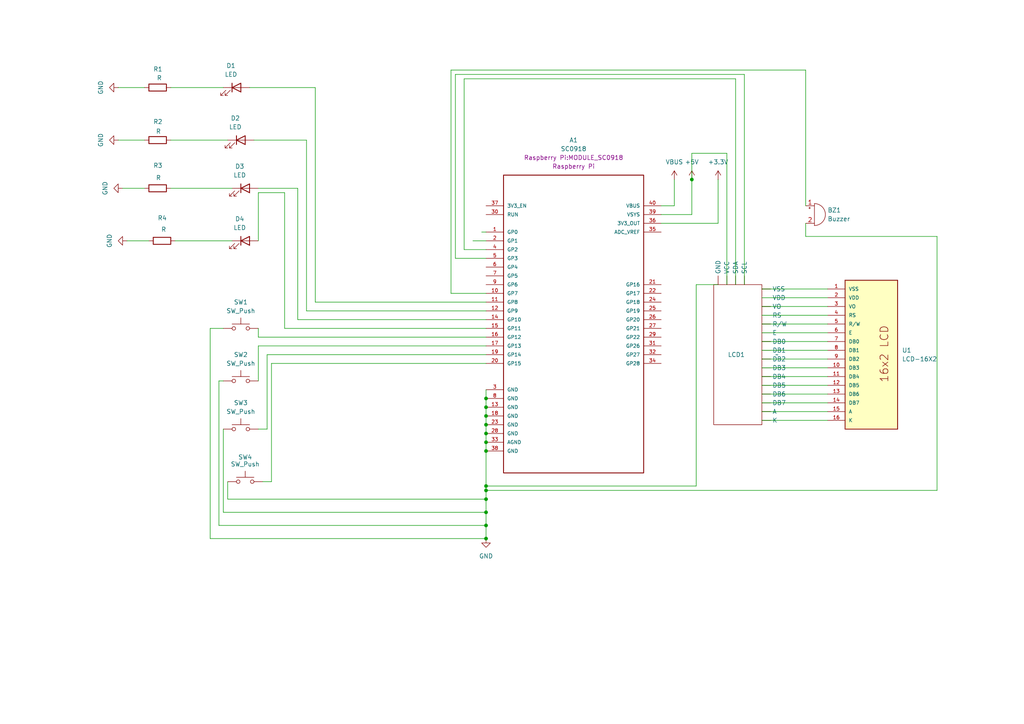
<source format=kicad_sch>
(kicad_sch
	(version 20231120)
	(generator "eeschema")
	(generator_version "8.0")
	(uuid "f33eba5d-33fa-4195-b215-74a807a846e4")
	(paper "A4")
	(lib_symbols
		(symbol "Device:Buzzer"
			(pin_names
				(offset 0.0254) hide)
			(exclude_from_sim no)
			(in_bom yes)
			(on_board yes)
			(property "Reference" "BZ"
				(at 3.81 1.27 0)
				(effects
					(font
						(size 1.27 1.27)
					)
					(justify left)
				)
			)
			(property "Value" "Buzzer"
				(at 3.81 -1.27 0)
				(effects
					(font
						(size 1.27 1.27)
					)
					(justify left)
				)
			)
			(property "Footprint" ""
				(at -0.635 2.54 90)
				(effects
					(font
						(size 1.27 1.27)
					)
					(hide yes)
				)
			)
			(property "Datasheet" "~"
				(at -0.635 2.54 90)
				(effects
					(font
						(size 1.27 1.27)
					)
					(hide yes)
				)
			)
			(property "Description" "Buzzer, polarized"
				(at 0 0 0)
				(effects
					(font
						(size 1.27 1.27)
					)
					(hide yes)
				)
			)
			(property "ki_keywords" "quartz resonator ceramic"
				(at 0 0 0)
				(effects
					(font
						(size 1.27 1.27)
					)
					(hide yes)
				)
			)
			(property "ki_fp_filters" "*Buzzer*"
				(at 0 0 0)
				(effects
					(font
						(size 1.27 1.27)
					)
					(hide yes)
				)
			)
			(symbol "Buzzer_0_1"
				(arc
					(start 0 -3.175)
					(mid 3.1612 0)
					(end 0 3.175)
					(stroke
						(width 0)
						(type default)
					)
					(fill
						(type none)
					)
				)
				(polyline
					(pts
						(xy -1.651 1.905) (xy -1.143 1.905)
					)
					(stroke
						(width 0)
						(type default)
					)
					(fill
						(type none)
					)
				)
				(polyline
					(pts
						(xy -1.397 2.159) (xy -1.397 1.651)
					)
					(stroke
						(width 0)
						(type default)
					)
					(fill
						(type none)
					)
				)
				(polyline
					(pts
						(xy 0 3.175) (xy 0 -3.175)
					)
					(stroke
						(width 0)
						(type default)
					)
					(fill
						(type none)
					)
				)
			)
			(symbol "Buzzer_1_1"
				(pin passive line
					(at -2.54 2.54 0)
					(length 2.54)
					(name "+"
						(effects
							(font
								(size 1.27 1.27)
							)
						)
					)
					(number "1"
						(effects
							(font
								(size 1.27 1.27)
							)
						)
					)
				)
				(pin passive line
					(at -2.54 -2.54 0)
					(length 2.54)
					(name "-"
						(effects
							(font
								(size 1.27 1.27)
							)
						)
					)
					(number "2"
						(effects
							(font
								(size 1.27 1.27)
							)
						)
					)
				)
			)
		)
		(symbol "Device:LED"
			(pin_numbers hide)
			(pin_names
				(offset 1.016) hide)
			(exclude_from_sim no)
			(in_bom yes)
			(on_board yes)
			(property "Reference" "D"
				(at 0 2.54 0)
				(effects
					(font
						(size 1.27 1.27)
					)
				)
			)
			(property "Value" "LED"
				(at 0 -2.54 0)
				(effects
					(font
						(size 1.27 1.27)
					)
				)
			)
			(property "Footprint" ""
				(at 0 0 0)
				(effects
					(font
						(size 1.27 1.27)
					)
					(hide yes)
				)
			)
			(property "Datasheet" "~"
				(at 0 0 0)
				(effects
					(font
						(size 1.27 1.27)
					)
					(hide yes)
				)
			)
			(property "Description" "Light emitting diode"
				(at 0 0 0)
				(effects
					(font
						(size 1.27 1.27)
					)
					(hide yes)
				)
			)
			(property "ki_keywords" "LED diode"
				(at 0 0 0)
				(effects
					(font
						(size 1.27 1.27)
					)
					(hide yes)
				)
			)
			(property "ki_fp_filters" "LED* LED_SMD:* LED_THT:*"
				(at 0 0 0)
				(effects
					(font
						(size 1.27 1.27)
					)
					(hide yes)
				)
			)
			(symbol "LED_0_1"
				(polyline
					(pts
						(xy -1.27 -1.27) (xy -1.27 1.27)
					)
					(stroke
						(width 0.254)
						(type default)
					)
					(fill
						(type none)
					)
				)
				(polyline
					(pts
						(xy -1.27 0) (xy 1.27 0)
					)
					(stroke
						(width 0)
						(type default)
					)
					(fill
						(type none)
					)
				)
				(polyline
					(pts
						(xy 1.27 -1.27) (xy 1.27 1.27) (xy -1.27 0) (xy 1.27 -1.27)
					)
					(stroke
						(width 0.254)
						(type default)
					)
					(fill
						(type none)
					)
				)
				(polyline
					(pts
						(xy -3.048 -0.762) (xy -4.572 -2.286) (xy -3.81 -2.286) (xy -4.572 -2.286) (xy -4.572 -1.524)
					)
					(stroke
						(width 0)
						(type default)
					)
					(fill
						(type none)
					)
				)
				(polyline
					(pts
						(xy -1.778 -0.762) (xy -3.302 -2.286) (xy -2.54 -2.286) (xy -3.302 -2.286) (xy -3.302 -1.524)
					)
					(stroke
						(width 0)
						(type default)
					)
					(fill
						(type none)
					)
				)
			)
			(symbol "LED_1_1"
				(pin passive line
					(at -3.81 0 0)
					(length 2.54)
					(name "K"
						(effects
							(font
								(size 1.27 1.27)
							)
						)
					)
					(number "1"
						(effects
							(font
								(size 1.27 1.27)
							)
						)
					)
				)
				(pin passive line
					(at 3.81 0 180)
					(length 2.54)
					(name "A"
						(effects
							(font
								(size 1.27 1.27)
							)
						)
					)
					(number "2"
						(effects
							(font
								(size 1.27 1.27)
							)
						)
					)
				)
			)
		)
		(symbol "Device:R"
			(pin_numbers hide)
			(pin_names
				(offset 0)
			)
			(exclude_from_sim no)
			(in_bom yes)
			(on_board yes)
			(property "Reference" "R"
				(at 2.032 0 90)
				(effects
					(font
						(size 1.27 1.27)
					)
				)
			)
			(property "Value" "R"
				(at 0 0 90)
				(effects
					(font
						(size 1.27 1.27)
					)
				)
			)
			(property "Footprint" ""
				(at -1.778 0 90)
				(effects
					(font
						(size 1.27 1.27)
					)
					(hide yes)
				)
			)
			(property "Datasheet" "~"
				(at 0 0 0)
				(effects
					(font
						(size 1.27 1.27)
					)
					(hide yes)
				)
			)
			(property "Description" "Resistor"
				(at 0 0 0)
				(effects
					(font
						(size 1.27 1.27)
					)
					(hide yes)
				)
			)
			(property "ki_keywords" "R res resistor"
				(at 0 0 0)
				(effects
					(font
						(size 1.27 1.27)
					)
					(hide yes)
				)
			)
			(property "ki_fp_filters" "R_*"
				(at 0 0 0)
				(effects
					(font
						(size 1.27 1.27)
					)
					(hide yes)
				)
			)
			(symbol "R_0_1"
				(rectangle
					(start -1.016 -2.54)
					(end 1.016 2.54)
					(stroke
						(width 0.254)
						(type default)
					)
					(fill
						(type none)
					)
				)
			)
			(symbol "R_1_1"
				(pin passive line
					(at 0 3.81 270)
					(length 1.27)
					(name "~"
						(effects
							(font
								(size 1.27 1.27)
							)
						)
					)
					(number "1"
						(effects
							(font
								(size 1.27 1.27)
							)
						)
					)
				)
				(pin passive line
					(at 0 -3.81 90)
					(length 1.27)
					(name "~"
						(effects
							(font
								(size 1.27 1.27)
							)
						)
					)
					(number "2"
						(effects
							(font
								(size 1.27 1.27)
							)
						)
					)
				)
			)
		)
		(symbol "Switch:SW_Push"
			(pin_numbers hide)
			(pin_names
				(offset 1.016) hide)
			(exclude_from_sim no)
			(in_bom yes)
			(on_board yes)
			(property "Reference" "SW"
				(at 1.27 2.54 0)
				(effects
					(font
						(size 1.27 1.27)
					)
					(justify left)
				)
			)
			(property "Value" "SW_Push"
				(at 0 -1.524 0)
				(effects
					(font
						(size 1.27 1.27)
					)
				)
			)
			(property "Footprint" ""
				(at 0 5.08 0)
				(effects
					(font
						(size 1.27 1.27)
					)
					(hide yes)
				)
			)
			(property "Datasheet" "~"
				(at 0 5.08 0)
				(effects
					(font
						(size 1.27 1.27)
					)
					(hide yes)
				)
			)
			(property "Description" "Push button switch, generic, two pins"
				(at 0 0 0)
				(effects
					(font
						(size 1.27 1.27)
					)
					(hide yes)
				)
			)
			(property "ki_keywords" "switch normally-open pushbutton push-button"
				(at 0 0 0)
				(effects
					(font
						(size 1.27 1.27)
					)
					(hide yes)
				)
			)
			(symbol "SW_Push_0_1"
				(circle
					(center -2.032 0)
					(radius 0.508)
					(stroke
						(width 0)
						(type default)
					)
					(fill
						(type none)
					)
				)
				(polyline
					(pts
						(xy 0 1.27) (xy 0 3.048)
					)
					(stroke
						(width 0)
						(type default)
					)
					(fill
						(type none)
					)
				)
				(polyline
					(pts
						(xy 2.54 1.27) (xy -2.54 1.27)
					)
					(stroke
						(width 0)
						(type default)
					)
					(fill
						(type none)
					)
				)
				(circle
					(center 2.032 0)
					(radius 0.508)
					(stroke
						(width 0)
						(type default)
					)
					(fill
						(type none)
					)
				)
				(pin passive line
					(at -5.08 0 0)
					(length 2.54)
					(name "1"
						(effects
							(font
								(size 1.27 1.27)
							)
						)
					)
					(number "1"
						(effects
							(font
								(size 1.27 1.27)
							)
						)
					)
				)
				(pin passive line
					(at 5.08 0 180)
					(length 2.54)
					(name "2"
						(effects
							(font
								(size 1.27 1.27)
							)
						)
					)
					(number "2"
						(effects
							(font
								(size 1.27 1.27)
							)
						)
					)
				)
			)
		)
		(symbol "lcd:LCD-16X2"
			(pin_names
				(offset 1.016)
			)
			(exclude_from_sim no)
			(in_bom yes)
			(on_board yes)
			(property "Reference" "U"
				(at -7.62 23.368 0)
				(effects
					(font
						(size 1.27 1.27)
					)
					(justify left bottom)
				)
			)
			(property "Value" "LCD-16X2"
				(at -7.62 -22.86 0)
				(effects
					(font
						(size 1.27 1.27)
					)
					(justify left bottom)
				)
			)
			(property "Footprint" "LCD-16X2:MODULE_LCD-16X2"
				(at 0 0 0)
				(effects
					(font
						(size 1.27 1.27)
					)
					(justify bottom)
					(hide yes)
				)
			)
			(property "Datasheet" ""
				(at 0 0 0)
				(effects
					(font
						(size 1.27 1.27)
					)
					(hide yes)
				)
			)
			(property "Description" ""
				(at 0 0 0)
				(effects
					(font
						(size 1.27 1.27)
					)
					(hide yes)
				)
			)
			(property "MF" "Gravitech"
				(at 0 0 0)
				(effects
					(font
						(size 1.27 1.27)
					)
					(justify bottom)
					(hide yes)
				)
			)
			(property "MAXIMUM_PACKAGE_HEIGHT" "14 mm"
				(at 0 0 0)
				(effects
					(font
						(size 1.27 1.27)
					)
					(justify bottom)
					(hide yes)
				)
			)
			(property "Package" "None"
				(at 0 0 0)
				(effects
					(font
						(size 1.27 1.27)
					)
					(justify bottom)
					(hide yes)
				)
			)
			(property "Price" "None"
				(at 0 0 0)
				(effects
					(font
						(size 1.27 1.27)
					)
					(justify bottom)
					(hide yes)
				)
			)
			(property "Check_prices" "https://www.snapeda.com/parts/LCD-16X2/Gravitech/view-part/?ref=eda"
				(at 0 0 0)
				(effects
					(font
						(size 1.27 1.27)
					)
					(justify bottom)
					(hide yes)
				)
			)
			(property "STANDARD" "Manufacturer Recommendations"
				(at 0 0 0)
				(effects
					(font
						(size 1.27 1.27)
					)
					(justify bottom)
					(hide yes)
				)
			)
			(property "PARTREV" "N/A"
				(at 0 0 0)
				(effects
					(font
						(size 1.27 1.27)
					)
					(justify bottom)
					(hide yes)
				)
			)
			(property "SnapEDA_Link" "https://www.snapeda.com/parts/LCD-16X2/Gravitech/view-part/?ref=snap"
				(at 0 0 0)
				(effects
					(font
						(size 1.27 1.27)
					)
					(justify bottom)
					(hide yes)
				)
			)
			(property "MP" "LCD-16X2"
				(at 0 0 0)
				(effects
					(font
						(size 1.27 1.27)
					)
					(justify bottom)
					(hide yes)
				)
			)
			(property "Description_1" "\n                        \n                            Display Development Tools 16x2 Black on Green Char LCD w Backlight\n                        \n"
				(at 0 0 0)
				(effects
					(font
						(size 1.27 1.27)
					)
					(justify bottom)
					(hide yes)
				)
			)
			(property "Availability" "Not in stock"
				(at 0 0 0)
				(effects
					(font
						(size 1.27 1.27)
					)
					(justify bottom)
					(hide yes)
				)
			)
			(property "MANUFACTURER" "Gravitech"
				(at 0 0 0)
				(effects
					(font
						(size 1.27 1.27)
					)
					(justify bottom)
					(hide yes)
				)
			)
			(symbol "LCD-16X2_0_0"
				(rectangle
					(start -7.62 -20.32)
					(end 7.62 22.86)
					(stroke
						(width 0.254)
						(type default)
					)
					(fill
						(type background)
					)
				)
				(text "16x2 LCD"
					(at 5.08 -6.858 900)
					(effects
						(font
							(size 2.286 2.286)
						)
						(justify left bottom)
					)
				)
				(pin power_in line
					(at -12.7 20.32 0)
					(length 5.08)
					(name "VSS"
						(effects
							(font
								(size 1.016 1.016)
							)
						)
					)
					(number "1"
						(effects
							(font
								(size 1.016 1.016)
							)
						)
					)
				)
				(pin bidirectional line
					(at -12.7 -2.54 0)
					(length 5.08)
					(name "DB3"
						(effects
							(font
								(size 1.016 1.016)
							)
						)
					)
					(number "10"
						(effects
							(font
								(size 1.016 1.016)
							)
						)
					)
				)
				(pin bidirectional line
					(at -12.7 -5.08 0)
					(length 5.08)
					(name "DB4"
						(effects
							(font
								(size 1.016 1.016)
							)
						)
					)
					(number "11"
						(effects
							(font
								(size 1.016 1.016)
							)
						)
					)
				)
				(pin bidirectional line
					(at -12.7 -7.62 0)
					(length 5.08)
					(name "DB5"
						(effects
							(font
								(size 1.016 1.016)
							)
						)
					)
					(number "12"
						(effects
							(font
								(size 1.016 1.016)
							)
						)
					)
				)
				(pin bidirectional line
					(at -12.7 -10.16 0)
					(length 5.08)
					(name "DB6"
						(effects
							(font
								(size 1.016 1.016)
							)
						)
					)
					(number "13"
						(effects
							(font
								(size 1.016 1.016)
							)
						)
					)
				)
				(pin bidirectional line
					(at -12.7 -12.7 0)
					(length 5.08)
					(name "DB7"
						(effects
							(font
								(size 1.016 1.016)
							)
						)
					)
					(number "14"
						(effects
							(font
								(size 1.016 1.016)
							)
						)
					)
				)
				(pin power_in line
					(at -12.7 -15.24 0)
					(length 5.08)
					(name "A"
						(effects
							(font
								(size 1.016 1.016)
							)
						)
					)
					(number "15"
						(effects
							(font
								(size 1.016 1.016)
							)
						)
					)
				)
				(pin power_in line
					(at -12.7 -17.78 0)
					(length 5.08)
					(name "K"
						(effects
							(font
								(size 1.016 1.016)
							)
						)
					)
					(number "16"
						(effects
							(font
								(size 1.016 1.016)
							)
						)
					)
				)
				(pin power_in line
					(at -12.7 17.78 0)
					(length 5.08)
					(name "VDD"
						(effects
							(font
								(size 1.016 1.016)
							)
						)
					)
					(number "2"
						(effects
							(font
								(size 1.016 1.016)
							)
						)
					)
				)
				(pin bidirectional line
					(at -12.7 15.24 0)
					(length 5.08)
					(name "VO"
						(effects
							(font
								(size 1.016 1.016)
							)
						)
					)
					(number "3"
						(effects
							(font
								(size 1.016 1.016)
							)
						)
					)
				)
				(pin input line
					(at -12.7 12.7 0)
					(length 5.08)
					(name "RS"
						(effects
							(font
								(size 1.016 1.016)
							)
						)
					)
					(number "4"
						(effects
							(font
								(size 1.016 1.016)
							)
						)
					)
				)
				(pin input line
					(at -12.7 10.16 0)
					(length 5.08)
					(name "R/W"
						(effects
							(font
								(size 1.016 1.016)
							)
						)
					)
					(number "5"
						(effects
							(font
								(size 1.016 1.016)
							)
						)
					)
				)
				(pin input line
					(at -12.7 7.62 0)
					(length 5.08)
					(name "E"
						(effects
							(font
								(size 1.016 1.016)
							)
						)
					)
					(number "6"
						(effects
							(font
								(size 1.016 1.016)
							)
						)
					)
				)
				(pin bidirectional line
					(at -12.7 5.08 0)
					(length 5.08)
					(name "DB0"
						(effects
							(font
								(size 1.016 1.016)
							)
						)
					)
					(number "7"
						(effects
							(font
								(size 1.016 1.016)
							)
						)
					)
				)
				(pin bidirectional line
					(at -12.7 2.54 0)
					(length 5.08)
					(name "DB1"
						(effects
							(font
								(size 1.016 1.016)
							)
						)
					)
					(number "8"
						(effects
							(font
								(size 1.016 1.016)
							)
						)
					)
				)
				(pin bidirectional line
					(at -12.7 0 0)
					(length 5.08)
					(name "DB2"
						(effects
							(font
								(size 1.016 1.016)
							)
						)
					)
					(number "9"
						(effects
							(font
								(size 1.016 1.016)
							)
						)
					)
				)
			)
		)
		(symbol "lib_lcd1602:1602lcd"
			(exclude_from_sim no)
			(in_bom yes)
			(on_board yes)
			(property "Reference" "LCD1602"
				(at -5.08 -19.05 90)
				(effects
					(font
						(size 1.27 1.27)
					)
				)
			)
			(property "Value" ""
				(at -3.302 10.668 0)
				(effects
					(font
						(size 1.27 1.27)
					)
				)
			)
			(property "Footprint" ""
				(at -3.302 10.668 0)
				(effects
					(font
						(size 1.27 1.27)
					)
					(hide yes)
				)
			)
			(property "Datasheet" ""
				(at -3.302 10.668 0)
				(effects
					(font
						(size 1.27 1.27)
					)
					(hide yes)
				)
			)
			(property "Description" ""
				(at -3.302 10.668 0)
				(effects
					(font
						(size 1.27 1.27)
					)
					(hide yes)
				)
			)
			(symbol "1602lcd_0_1"
				(rectangle
					(start -11.43 -1.27)
					(end 2.54 -41.91)
					(stroke
						(width 0)
						(type default)
					)
					(fill
						(type none)
					)
				)
			)
			(symbol "1602lcd_1_1"
				(pin input line
					(at 2.54 -38.1 0)
					(length 2.54)
					(name "A"
						(effects
							(font
								(size 1.27 1.27)
							)
						)
					)
					(number ""
						(effects
							(font
								(size 1.27 1.27)
							)
						)
					)
				)
				(pin input line
					(at 2.54 -17.78 0)
					(length 2.54)
					(name "DB0"
						(effects
							(font
								(size 1.27 1.27)
							)
						)
					)
					(number ""
						(effects
							(font
								(size 1.27 1.27)
							)
						)
					)
				)
				(pin input line
					(at 2.54 -20.32 0)
					(length 2.54)
					(name "DB1"
						(effects
							(font
								(size 1.27 1.27)
							)
						)
					)
					(number ""
						(effects
							(font
								(size 1.27 1.27)
							)
						)
					)
				)
				(pin input line
					(at 2.54 -22.86 0)
					(length 2.54)
					(name "DB2"
						(effects
							(font
								(size 1.27 1.27)
							)
						)
					)
					(number ""
						(effects
							(font
								(size 1.27 1.27)
							)
						)
					)
				)
				(pin input line
					(at 2.54 -25.4 0)
					(length 2.54)
					(name "DB3"
						(effects
							(font
								(size 1.27 1.27)
							)
						)
					)
					(number ""
						(effects
							(font
								(size 1.27 1.27)
							)
						)
					)
				)
				(pin input line
					(at 2.54 -27.94 0)
					(length 2.54)
					(name "DB4"
						(effects
							(font
								(size 1.27 1.27)
							)
						)
					)
					(number ""
						(effects
							(font
								(size 1.27 1.27)
							)
						)
					)
				)
				(pin input line
					(at 2.54 -30.48 0)
					(length 2.54)
					(name "DB5"
						(effects
							(font
								(size 1.27 1.27)
							)
						)
					)
					(number ""
						(effects
							(font
								(size 1.27 1.27)
							)
						)
					)
				)
				(pin input line
					(at 2.54 -33.02 0)
					(length 2.54)
					(name "DB6"
						(effects
							(font
								(size 1.27 1.27)
							)
						)
					)
					(number ""
						(effects
							(font
								(size 1.27 1.27)
							)
						)
					)
				)
				(pin input line
					(at 2.54 -35.56 0)
					(length 2.54)
					(name "DB7"
						(effects
							(font
								(size 1.27 1.27)
							)
						)
					)
					(number ""
						(effects
							(font
								(size 1.27 1.27)
							)
						)
					)
				)
				(pin input line
					(at 2.54 -15.24 0)
					(length 2.54)
					(name "E"
						(effects
							(font
								(size 1.27 1.27)
							)
						)
					)
					(number ""
						(effects
							(font
								(size 1.27 1.27)
							)
						)
					)
				)
				(pin input line
					(at -10.16 -1.27 90)
					(length 2.54)
					(name "GND"
						(effects
							(font
								(size 1.27 1.27)
							)
						)
					)
					(number ""
						(effects
							(font
								(size 1.27 1.27)
							)
						)
					)
				)
				(pin input line
					(at 2.54 -40.64 0)
					(length 2.54)
					(name "K"
						(effects
							(font
								(size 1.27 1.27)
							)
						)
					)
					(number ""
						(effects
							(font
								(size 1.27 1.27)
							)
						)
					)
				)
				(pin input line
					(at 2.54 -12.7 0)
					(length 2.54)
					(name "R/W"
						(effects
							(font
								(size 1.27 1.27)
							)
						)
					)
					(number ""
						(effects
							(font
								(size 1.27 1.27)
							)
						)
					)
				)
				(pin input line
					(at 2.54 -10.16 0)
					(length 2.54)
					(name "RS"
						(effects
							(font
								(size 1.27 1.27)
							)
						)
					)
					(number ""
						(effects
							(font
								(size 1.27 1.27)
							)
						)
					)
				)
				(pin input line
					(at -2.54 -1.27 90)
					(length 2.54)
					(name "SCL"
						(effects
							(font
								(size 1.27 1.27)
							)
						)
					)
					(number ""
						(effects
							(font
								(size 1.27 1.27)
							)
						)
					)
				)
				(pin input line
					(at -5.08 -1.27 90)
					(length 2.54)
					(name "SDA"
						(effects
							(font
								(size 1.27 1.27)
							)
						)
					)
					(number ""
						(effects
							(font
								(size 1.27 1.27)
							)
						)
					)
				)
				(pin input line
					(at -7.62 -1.27 90)
					(length 2.54)
					(name "VCC"
						(effects
							(font
								(size 1.27 1.27)
							)
						)
					)
					(number ""
						(effects
							(font
								(size 1.27 1.27)
							)
						)
					)
				)
				(pin input line
					(at 2.54 -5.08 0)
					(length 2.54)
					(name "VDD"
						(effects
							(font
								(size 1.27 1.27)
							)
						)
					)
					(number ""
						(effects
							(font
								(size 1.27 1.27)
							)
						)
					)
				)
				(pin input line
					(at 2.54 -7.62 0)
					(length 2.54)
					(name "VO"
						(effects
							(font
								(size 1.27 1.27)
							)
						)
					)
					(number ""
						(effects
							(font
								(size 1.27 1.27)
							)
						)
					)
				)
				(pin input line
					(at 2.54 -2.54 0)
					(length 2.54)
					(name "VSS"
						(effects
							(font
								(size 1.27 1.27)
							)
						)
					)
					(number ""
						(effects
							(font
								(size 1.27 1.27)
							)
						)
					)
				)
			)
		)
		(symbol "pico_w:SC0918"
			(pin_names
				(offset 1.016)
			)
			(exclude_from_sim no)
			(in_bom yes)
			(on_board yes)
			(property "Reference" "A1"
				(at 0 58.42 0)
				(effects
					(font
						(size 1.27 1.27)
					)
				)
			)
			(property "Value" "SC0918"
				(at 0 55.88 0)
				(effects
					(font
						(size 1.27 1.27)
					)
				)
			)
			(property "Footprint" "Raspberry Pi:MODULE_SC0918"
				(at -12.7 -46.99 0)
				(effects
					(font
						(size 1.27 1.27)
					)
					(justify bottom)
				)
			)
			(property "Datasheet" "https://datasheets.raspberrypi.com/picow/pico-w-datasheet.pdf"
				(at -26.67 -49.53 0)
				(effects
					(font
						(size 1.27 1.27)
					)
					(justify left bottom)
					(hide yes)
				)
			)
			(property "Description" ""
				(at 0 0 0)
				(effects
					(font
						(size 1.27 1.27)
					)
					(hide yes)
				)
			)
			(property "manufacturer" "Raspberry Pi"
				(at 0 53.34 0)
				(effects
					(font
						(size 1.27 1.27)
					)
				)
			)
			(property "P/N" "SC0918"
				(at 0 50.8 0)
				(effects
					(font
						(size 1.27 1.27)
					)
					(hide yes)
				)
			)
			(property "PARTREV" "1.6"
				(at 0 48.26 0)
				(effects
					(font
						(size 1.27 1.27)
					)
					(hide yes)
				)
			)
			(property "MAXIMUM_PACKAGE_HEIGHT" "3.73mm"
				(at 0 45.72 0)
				(effects
					(font
						(size 1.27 1.27)
					)
					(hide yes)
				)
			)
			(symbol "SC0918_0_0"
				(rectangle
					(start -20.32 -43.18)
					(end 20.32 43.18)
					(stroke
						(width 0.254)
						(type default)
					)
					(fill
						(type none)
					)
				)
				(pin bidirectional line
					(at -25.4 26.67 0)
					(length 5.08)
					(name "GP0"
						(effects
							(font
								(size 1.016 1.016)
							)
						)
					)
					(number "1"
						(effects
							(font
								(size 1.016 1.016)
							)
						)
					)
				)
				(pin bidirectional line
					(at -25.4 8.89 0)
					(length 5.08)
					(name "GP7"
						(effects
							(font
								(size 1.016 1.016)
							)
						)
					)
					(number "10"
						(effects
							(font
								(size 1.016 1.016)
							)
						)
					)
				)
				(pin bidirectional line
					(at -25.4 6.35 0)
					(length 5.08)
					(name "GP8"
						(effects
							(font
								(size 1.016 1.016)
							)
						)
					)
					(number "11"
						(effects
							(font
								(size 1.016 1.016)
							)
						)
					)
				)
				(pin bidirectional line
					(at -25.4 3.81 0)
					(length 5.08)
					(name "GP9"
						(effects
							(font
								(size 1.016 1.016)
							)
						)
					)
					(number "12"
						(effects
							(font
								(size 1.016 1.016)
							)
						)
					)
				)
				(pin power_in line
					(at -25.4 -24.13 0)
					(length 5.08)
					(name "GND"
						(effects
							(font
								(size 1.016 1.016)
							)
						)
					)
					(number "13"
						(effects
							(font
								(size 1.016 1.016)
							)
						)
					)
				)
				(pin bidirectional line
					(at -25.4 1.27 0)
					(length 5.08)
					(name "GP10"
						(effects
							(font
								(size 1.016 1.016)
							)
						)
					)
					(number "14"
						(effects
							(font
								(size 1.016 1.016)
							)
						)
					)
				)
				(pin bidirectional line
					(at -25.4 -1.27 0)
					(length 5.08)
					(name "GP11"
						(effects
							(font
								(size 1.016 1.016)
							)
						)
					)
					(number "15"
						(effects
							(font
								(size 1.016 1.016)
							)
						)
					)
				)
				(pin bidirectional line
					(at -25.4 -3.81 0)
					(length 5.08)
					(name "GP12"
						(effects
							(font
								(size 1.016 1.016)
							)
						)
					)
					(number "16"
						(effects
							(font
								(size 1.016 1.016)
							)
						)
					)
				)
				(pin bidirectional line
					(at -25.4 -6.35 0)
					(length 5.08)
					(name "GP13"
						(effects
							(font
								(size 1.016 1.016)
							)
						)
					)
					(number "17"
						(effects
							(font
								(size 1.016 1.016)
							)
						)
					)
				)
				(pin power_in line
					(at -25.4 -26.67 0)
					(length 5.08)
					(name "GND"
						(effects
							(font
								(size 1.016 1.016)
							)
						)
					)
					(number "18"
						(effects
							(font
								(size 1.016 1.016)
							)
						)
					)
				)
				(pin bidirectional line
					(at -25.4 -8.89 0)
					(length 5.08)
					(name "GP14"
						(effects
							(font
								(size 1.016 1.016)
							)
						)
					)
					(number "19"
						(effects
							(font
								(size 1.016 1.016)
							)
						)
					)
				)
				(pin bidirectional line
					(at -25.4 24.13 0)
					(length 5.08)
					(name "GP1"
						(effects
							(font
								(size 1.016 1.016)
							)
						)
					)
					(number "2"
						(effects
							(font
								(size 1.016 1.016)
							)
						)
					)
				)
				(pin bidirectional line
					(at -25.4 -11.43 0)
					(length 5.08)
					(name "GP15"
						(effects
							(font
								(size 1.016 1.016)
							)
						)
					)
					(number "20"
						(effects
							(font
								(size 1.016 1.016)
							)
						)
					)
				)
				(pin bidirectional line
					(at 25.4 11.43 180)
					(length 5.08)
					(name "GP16"
						(effects
							(font
								(size 1.016 1.016)
							)
						)
					)
					(number "21"
						(effects
							(font
								(size 1.016 1.016)
							)
						)
					)
				)
				(pin bidirectional line
					(at 25.4 8.89 180)
					(length 5.08)
					(name "GP17"
						(effects
							(font
								(size 1.016 1.016)
							)
						)
					)
					(number "22"
						(effects
							(font
								(size 1.016 1.016)
							)
						)
					)
				)
				(pin power_in line
					(at -25.4 -29.21 0)
					(length 5.08)
					(name "GND"
						(effects
							(font
								(size 1.016 1.016)
							)
						)
					)
					(number "23"
						(effects
							(font
								(size 1.016 1.016)
							)
						)
					)
				)
				(pin bidirectional line
					(at 25.4 6.35 180)
					(length 5.08)
					(name "GP18"
						(effects
							(font
								(size 1.016 1.016)
							)
						)
					)
					(number "24"
						(effects
							(font
								(size 1.016 1.016)
							)
						)
					)
				)
				(pin bidirectional line
					(at 25.4 3.81 180)
					(length 5.08)
					(name "GP19"
						(effects
							(font
								(size 1.016 1.016)
							)
						)
					)
					(number "25"
						(effects
							(font
								(size 1.016 1.016)
							)
						)
					)
				)
				(pin bidirectional line
					(at 25.4 1.27 180)
					(length 5.08)
					(name "GP20"
						(effects
							(font
								(size 1.016 1.016)
							)
						)
					)
					(number "26"
						(effects
							(font
								(size 1.016 1.016)
							)
						)
					)
				)
				(pin bidirectional line
					(at 25.4 -1.27 180)
					(length 5.08)
					(name "GP21"
						(effects
							(font
								(size 1.016 1.016)
							)
						)
					)
					(number "27"
						(effects
							(font
								(size 1.016 1.016)
							)
						)
					)
				)
				(pin power_in line
					(at -25.4 -31.75 0)
					(length 5.08)
					(name "GND"
						(effects
							(font
								(size 1.016 1.016)
							)
						)
					)
					(number "28"
						(effects
							(font
								(size 1.016 1.016)
							)
						)
					)
				)
				(pin bidirectional line
					(at 25.4 -3.81 180)
					(length 5.08)
					(name "GP22"
						(effects
							(font
								(size 1.016 1.016)
							)
						)
					)
					(number "29"
						(effects
							(font
								(size 1.016 1.016)
							)
						)
					)
				)
				(pin power_in line
					(at -25.4 -19.05 0)
					(length 5.08)
					(name "GND"
						(effects
							(font
								(size 1.016 1.016)
							)
						)
					)
					(number "3"
						(effects
							(font
								(size 1.016 1.016)
							)
						)
					)
				)
				(pin input line
					(at -25.4 31.75 0)
					(length 5.08)
					(name "RUN"
						(effects
							(font
								(size 1.016 1.016)
							)
						)
					)
					(number "30"
						(effects
							(font
								(size 1.016 1.016)
							)
						)
					)
				)
				(pin bidirectional line
					(at 25.4 -6.35 180)
					(length 5.08)
					(name "GP26"
						(effects
							(font
								(size 1.016 1.016)
							)
						)
					)
					(number "31"
						(effects
							(font
								(size 1.016 1.016)
							)
						)
					)
				)
				(pin bidirectional line
					(at 25.4 -8.89 180)
					(length 5.08)
					(name "GP27"
						(effects
							(font
								(size 1.016 1.016)
							)
						)
					)
					(number "32"
						(effects
							(font
								(size 1.016 1.016)
							)
						)
					)
				)
				(pin power_in line
					(at -25.4 -34.29 0)
					(length 5.08)
					(name "AGND"
						(effects
							(font
								(size 1.016 1.016)
							)
						)
					)
					(number "33"
						(effects
							(font
								(size 1.016 1.016)
							)
						)
					)
				)
				(pin bidirectional line
					(at 25.4 -11.43 180)
					(length 5.08)
					(name "GP28"
						(effects
							(font
								(size 1.016 1.016)
							)
						)
					)
					(number "34"
						(effects
							(font
								(size 1.016 1.016)
							)
						)
					)
				)
				(pin power_in line
					(at 25.4 26.67 180)
					(length 5.08)
					(name "ADC_VREF"
						(effects
							(font
								(size 1.016 1.016)
							)
						)
					)
					(number "35"
						(effects
							(font
								(size 1.016 1.016)
							)
						)
					)
				)
				(pin power_in line
					(at 25.4 29.21 180)
					(length 5.08)
					(name "3V3_OUT"
						(effects
							(font
								(size 1.016 1.016)
							)
						)
					)
					(number "36"
						(effects
							(font
								(size 1.016 1.016)
							)
						)
					)
				)
				(pin input line
					(at -25.4 34.29 0)
					(length 5.08)
					(name "3V3_EN"
						(effects
							(font
								(size 1.016 1.016)
							)
						)
					)
					(number "37"
						(effects
							(font
								(size 1.016 1.016)
							)
						)
					)
				)
				(pin power_in line
					(at -25.4 -36.83 0)
					(length 5.08)
					(name "GND"
						(effects
							(font
								(size 1.016 1.016)
							)
						)
					)
					(number "38"
						(effects
							(font
								(size 1.016 1.016)
							)
						)
					)
				)
				(pin free line
					(at 25.4 31.75 180)
					(length 5.08)
					(name "VSYS"
						(effects
							(font
								(size 1.016 1.016)
							)
						)
					)
					(number "39"
						(effects
							(font
								(size 1.016 1.016)
							)
						)
					)
				)
				(pin bidirectional line
					(at -25.4 21.59 0)
					(length 5.08)
					(name "GP2"
						(effects
							(font
								(size 1.016 1.016)
							)
						)
					)
					(number "4"
						(effects
							(font
								(size 1.016 1.016)
							)
						)
					)
				)
				(pin free line
					(at 25.4 34.29 180)
					(length 5.08)
					(name "VBUS"
						(effects
							(font
								(size 1.016 1.016)
							)
						)
					)
					(number "40"
						(effects
							(font
								(size 1.016 1.016)
							)
						)
					)
				)
				(pin bidirectional line
					(at -25.4 19.05 0)
					(length 5.08)
					(name "GP3"
						(effects
							(font
								(size 1.016 1.016)
							)
						)
					)
					(number "5"
						(effects
							(font
								(size 1.016 1.016)
							)
						)
					)
				)
				(pin bidirectional line
					(at -25.4 16.51 0)
					(length 5.08)
					(name "GP4"
						(effects
							(font
								(size 1.016 1.016)
							)
						)
					)
					(number "6"
						(effects
							(font
								(size 1.016 1.016)
							)
						)
					)
				)
				(pin bidirectional line
					(at -25.4 13.97 0)
					(length 5.08)
					(name "GP5"
						(effects
							(font
								(size 1.016 1.016)
							)
						)
					)
					(number "7"
						(effects
							(font
								(size 1.016 1.016)
							)
						)
					)
				)
				(pin power_in line
					(at -25.4 -21.59 0)
					(length 5.08)
					(name "GND"
						(effects
							(font
								(size 1.016 1.016)
							)
						)
					)
					(number "8"
						(effects
							(font
								(size 1.016 1.016)
							)
						)
					)
				)
				(pin bidirectional line
					(at -25.4 11.43 0)
					(length 5.08)
					(name "GP6"
						(effects
							(font
								(size 1.016 1.016)
							)
						)
					)
					(number "9"
						(effects
							(font
								(size 1.016 1.016)
							)
						)
					)
				)
			)
		)
		(symbol "power:+3.3V"
			(power)
			(pin_numbers hide)
			(pin_names
				(offset 0) hide)
			(exclude_from_sim no)
			(in_bom yes)
			(on_board yes)
			(property "Reference" "#PWR"
				(at 0 -3.81 0)
				(effects
					(font
						(size 1.27 1.27)
					)
					(hide yes)
				)
			)
			(property "Value" "+3.3V"
				(at 0 3.556 0)
				(effects
					(font
						(size 1.27 1.27)
					)
				)
			)
			(property "Footprint" ""
				(at 0 0 0)
				(effects
					(font
						(size 1.27 1.27)
					)
					(hide yes)
				)
			)
			(property "Datasheet" ""
				(at 0 0 0)
				(effects
					(font
						(size 1.27 1.27)
					)
					(hide yes)
				)
			)
			(property "Description" "Power symbol creates a global label with name \"+3.3V\""
				(at 0 0 0)
				(effects
					(font
						(size 1.27 1.27)
					)
					(hide yes)
				)
			)
			(property "ki_keywords" "global power"
				(at 0 0 0)
				(effects
					(font
						(size 1.27 1.27)
					)
					(hide yes)
				)
			)
			(symbol "+3.3V_0_1"
				(polyline
					(pts
						(xy -0.762 1.27) (xy 0 2.54)
					)
					(stroke
						(width 0)
						(type default)
					)
					(fill
						(type none)
					)
				)
				(polyline
					(pts
						(xy 0 0) (xy 0 2.54)
					)
					(stroke
						(width 0)
						(type default)
					)
					(fill
						(type none)
					)
				)
				(polyline
					(pts
						(xy 0 2.54) (xy 0.762 1.27)
					)
					(stroke
						(width 0)
						(type default)
					)
					(fill
						(type none)
					)
				)
			)
			(symbol "+3.3V_1_1"
				(pin power_in line
					(at 0 0 90)
					(length 0)
					(name "~"
						(effects
							(font
								(size 1.27 1.27)
							)
						)
					)
					(number "1"
						(effects
							(font
								(size 1.27 1.27)
							)
						)
					)
				)
			)
		)
		(symbol "power:+5V"
			(power)
			(pin_numbers hide)
			(pin_names
				(offset 0) hide)
			(exclude_from_sim no)
			(in_bom yes)
			(on_board yes)
			(property "Reference" "#PWR"
				(at 0 -3.81 0)
				(effects
					(font
						(size 1.27 1.27)
					)
					(hide yes)
				)
			)
			(property "Value" "+5V"
				(at 0 3.556 0)
				(effects
					(font
						(size 1.27 1.27)
					)
				)
			)
			(property "Footprint" ""
				(at 0 0 0)
				(effects
					(font
						(size 1.27 1.27)
					)
					(hide yes)
				)
			)
			(property "Datasheet" ""
				(at 0 0 0)
				(effects
					(font
						(size 1.27 1.27)
					)
					(hide yes)
				)
			)
			(property "Description" "Power symbol creates a global label with name \"+5V\""
				(at 0 0 0)
				(effects
					(font
						(size 1.27 1.27)
					)
					(hide yes)
				)
			)
			(property "ki_keywords" "global power"
				(at 0 0 0)
				(effects
					(font
						(size 1.27 1.27)
					)
					(hide yes)
				)
			)
			(symbol "+5V_0_1"
				(polyline
					(pts
						(xy -0.762 1.27) (xy 0 2.54)
					)
					(stroke
						(width 0)
						(type default)
					)
					(fill
						(type none)
					)
				)
				(polyline
					(pts
						(xy 0 0) (xy 0 2.54)
					)
					(stroke
						(width 0)
						(type default)
					)
					(fill
						(type none)
					)
				)
				(polyline
					(pts
						(xy 0 2.54) (xy 0.762 1.27)
					)
					(stroke
						(width 0)
						(type default)
					)
					(fill
						(type none)
					)
				)
			)
			(symbol "+5V_1_1"
				(pin power_in line
					(at 0 0 90)
					(length 0)
					(name "~"
						(effects
							(font
								(size 1.27 1.27)
							)
						)
					)
					(number "1"
						(effects
							(font
								(size 1.27 1.27)
							)
						)
					)
				)
			)
		)
		(symbol "power:GND"
			(power)
			(pin_numbers hide)
			(pin_names
				(offset 0) hide)
			(exclude_from_sim no)
			(in_bom yes)
			(on_board yes)
			(property "Reference" "#PWR"
				(at 0 -6.35 0)
				(effects
					(font
						(size 1.27 1.27)
					)
					(hide yes)
				)
			)
			(property "Value" "GND"
				(at 0 -3.81 0)
				(effects
					(font
						(size 1.27 1.27)
					)
				)
			)
			(property "Footprint" ""
				(at 0 0 0)
				(effects
					(font
						(size 1.27 1.27)
					)
					(hide yes)
				)
			)
			(property "Datasheet" ""
				(at 0 0 0)
				(effects
					(font
						(size 1.27 1.27)
					)
					(hide yes)
				)
			)
			(property "Description" "Power symbol creates a global label with name \"GND\" , ground"
				(at 0 0 0)
				(effects
					(font
						(size 1.27 1.27)
					)
					(hide yes)
				)
			)
			(property "ki_keywords" "global power"
				(at 0 0 0)
				(effects
					(font
						(size 1.27 1.27)
					)
					(hide yes)
				)
			)
			(symbol "GND_0_1"
				(polyline
					(pts
						(xy 0 0) (xy 0 -1.27) (xy 1.27 -1.27) (xy 0 -2.54) (xy -1.27 -1.27) (xy 0 -1.27)
					)
					(stroke
						(width 0)
						(type default)
					)
					(fill
						(type none)
					)
				)
			)
			(symbol "GND_1_1"
				(pin power_in line
					(at 0 0 270)
					(length 0)
					(name "~"
						(effects
							(font
								(size 1.27 1.27)
							)
						)
					)
					(number "1"
						(effects
							(font
								(size 1.27 1.27)
							)
						)
					)
				)
			)
		)
		(symbol "power:VBUS"
			(power)
			(pin_numbers hide)
			(pin_names
				(offset 0) hide)
			(exclude_from_sim no)
			(in_bom yes)
			(on_board yes)
			(property "Reference" "#PWR"
				(at 0 -3.81 0)
				(effects
					(font
						(size 1.27 1.27)
					)
					(hide yes)
				)
			)
			(property "Value" "VBUS"
				(at 0 3.556 0)
				(effects
					(font
						(size 1.27 1.27)
					)
				)
			)
			(property "Footprint" ""
				(at 0 0 0)
				(effects
					(font
						(size 1.27 1.27)
					)
					(hide yes)
				)
			)
			(property "Datasheet" ""
				(at 0 0 0)
				(effects
					(font
						(size 1.27 1.27)
					)
					(hide yes)
				)
			)
			(property "Description" "Power symbol creates a global label with name \"VBUS\""
				(at 0 0 0)
				(effects
					(font
						(size 1.27 1.27)
					)
					(hide yes)
				)
			)
			(property "ki_keywords" "global power"
				(at 0 0 0)
				(effects
					(font
						(size 1.27 1.27)
					)
					(hide yes)
				)
			)
			(symbol "VBUS_0_1"
				(polyline
					(pts
						(xy -0.762 1.27) (xy 0 2.54)
					)
					(stroke
						(width 0)
						(type default)
					)
					(fill
						(type none)
					)
				)
				(polyline
					(pts
						(xy 0 0) (xy 0 2.54)
					)
					(stroke
						(width 0)
						(type default)
					)
					(fill
						(type none)
					)
				)
				(polyline
					(pts
						(xy 0 2.54) (xy 0.762 1.27)
					)
					(stroke
						(width 0)
						(type default)
					)
					(fill
						(type none)
					)
				)
			)
			(symbol "VBUS_1_1"
				(pin power_in line
					(at 0 0 90)
					(length 0)
					(name "~"
						(effects
							(font
								(size 1.27 1.27)
							)
						)
					)
					(number "1"
						(effects
							(font
								(size 1.27 1.27)
							)
						)
					)
				)
			)
		)
	)
	(junction
		(at 200.66 52.07)
		(diameter 0)
		(color 0 0 0 0)
		(uuid "2a844499-e304-410e-ac16-2c611f204c85")
	)
	(junction
		(at 140.97 115.57)
		(diameter 0)
		(color 0 0 0 0)
		(uuid "45c1b4dc-b1dd-49df-a440-fd30c46f939c")
	)
	(junction
		(at 140.97 142.24)
		(diameter 0)
		(color 0 0 0 0)
		(uuid "4ba2e2da-4942-4500-a0b8-408ecc706e23")
	)
	(junction
		(at 140.97 144.78)
		(diameter 0)
		(color 0 0 0 0)
		(uuid "53daa669-9be1-4693-9c1a-cbfe1eeb3ef4")
	)
	(junction
		(at 140.97 130.81)
		(diameter 0)
		(color 0 0 0 0)
		(uuid "558b1001-39f4-4bd0-abc1-25d3a61b188b")
	)
	(junction
		(at 140.97 125.73)
		(diameter 0)
		(color 0 0 0 0)
		(uuid "5e3708e3-208e-4fb0-8917-9f01c7df5e29")
	)
	(junction
		(at 140.97 156.21)
		(diameter 0)
		(color 0 0 0 0)
		(uuid "7171b218-2d65-405d-8381-8c2a49b43036")
	)
	(junction
		(at 140.97 118.11)
		(diameter 0)
		(color 0 0 0 0)
		(uuid "7b4c7027-bb6e-4ac8-87e7-cdc6c8452330")
	)
	(junction
		(at 140.97 140.97)
		(diameter 0)
		(color 0 0 0 0)
		(uuid "80867c59-5dba-437b-883b-b5e01914239c")
	)
	(junction
		(at 140.97 120.65)
		(diameter 0)
		(color 0 0 0 0)
		(uuid "8155877f-6c04-4574-98ee-39b2ffc41804")
	)
	(junction
		(at 140.97 123.19)
		(diameter 0)
		(color 0 0 0 0)
		(uuid "b0f272bf-42e6-464f-9b42-9e4f99f05810")
	)
	(junction
		(at 140.97 128.27)
		(diameter 0)
		(color 0 0 0 0)
		(uuid "b2638649-f29d-4e91-9d4b-e1fe1efbab0f")
	)
	(junction
		(at 140.97 148.59)
		(diameter 0)
		(color 0 0 0 0)
		(uuid "c0a76b6d-be4a-44b1-b615-158c37064a81")
	)
	(junction
		(at 140.97 152.4)
		(diameter 0)
		(color 0 0 0 0)
		(uuid "dd7d54f7-3d7c-4bbe-91f1-909951eecce7")
	)
	(wire
		(pts
			(xy 220.98 109.22) (xy 240.03 109.22)
		)
		(stroke
			(width 0)
			(type default)
		)
		(uuid "02fb4adf-accf-4ecb-a9ca-f022eeb7440b")
	)
	(wire
		(pts
			(xy 77.47 124.46) (xy 77.47 102.87)
		)
		(stroke
			(width 0)
			(type default)
		)
		(uuid "05c8255d-cbd7-4665-820e-8ffac841a5ec")
	)
	(wire
		(pts
			(xy 220.98 86.36) (xy 240.03 86.36)
		)
		(stroke
			(width 0)
			(type default)
		)
		(uuid "05ca1866-9411-4918-a6f3-e35faf79a1f9")
	)
	(wire
		(pts
			(xy 191.77 62.23) (xy 200.66 62.23)
		)
		(stroke
			(width 0)
			(type default)
		)
		(uuid "0a3a2e9d-6984-4e24-97e6-c28d904abb07")
	)
	(wire
		(pts
			(xy 201.93 82.55) (xy 201.93 140.97)
		)
		(stroke
			(width 0)
			(type default)
		)
		(uuid "0b3b1799-5d8e-43d0-afe0-a48abb69d18c")
	)
	(wire
		(pts
			(xy 86.36 54.61) (xy 86.36 92.71)
		)
		(stroke
			(width 0)
			(type default)
		)
		(uuid "13c00895-e6ff-417a-9fa8-27185061ec00")
	)
	(wire
		(pts
			(xy 200.66 52.07) (xy 200.66 62.23)
		)
		(stroke
			(width 0)
			(type default)
		)
		(uuid "1436e4ee-af4f-44e3-b585-019dfedc8307")
	)
	(wire
		(pts
			(xy 195.58 52.07) (xy 195.58 59.69)
		)
		(stroke
			(width 0)
			(type default)
		)
		(uuid "1483ca42-da97-4b5f-9f3a-b65cd1691fe8")
	)
	(wire
		(pts
			(xy 91.44 87.63) (xy 140.97 87.63)
		)
		(stroke
			(width 0)
			(type default)
		)
		(uuid "14a36c3d-3598-4756-b912-bb7acf4364ee")
	)
	(wire
		(pts
			(xy 60.96 95.25) (xy 60.96 156.21)
		)
		(stroke
			(width 0)
			(type default)
		)
		(uuid "174857ab-2137-4e4e-a3d9-3b43b0a3681d")
	)
	(wire
		(pts
			(xy 36.83 69.85) (xy 43.18 69.85)
		)
		(stroke
			(width 0)
			(type default)
		)
		(uuid "198fc0b2-c985-4e3a-a548-7e10d3c3cd6e")
	)
	(wire
		(pts
			(xy 233.68 64.77) (xy 233.68 68.58)
		)
		(stroke
			(width 0)
			(type default)
		)
		(uuid "1b331318-955b-4f6e-9c13-cc00e4389b45")
	)
	(wire
		(pts
			(xy 63.5 152.4) (xy 140.97 152.4)
		)
		(stroke
			(width 0)
			(type default)
		)
		(uuid "1f56070d-e505-48d5-a977-47d0e9606d06")
	)
	(wire
		(pts
			(xy 49.53 40.64) (xy 66.04 40.64)
		)
		(stroke
			(width 0)
			(type default)
		)
		(uuid "22ad8ce3-3a6f-4da5-ad47-03dcc1ac3d9b")
	)
	(wire
		(pts
			(xy 140.97 113.03) (xy 140.97 115.57)
		)
		(stroke
			(width 0)
			(type default)
		)
		(uuid "2352ebc2-ad13-45f4-8784-eb6da2b3d75c")
	)
	(wire
		(pts
			(xy 140.97 123.19) (xy 140.97 125.73)
		)
		(stroke
			(width 0)
			(type default)
		)
		(uuid "23d84609-07fd-400f-91b3-6ef4437aca5b")
	)
	(wire
		(pts
			(xy 140.97 105.41) (xy 78.74 105.41)
		)
		(stroke
			(width 0)
			(type default)
		)
		(uuid "288a8ef1-0a8b-44f2-b0c7-d387701a99fc")
	)
	(wire
		(pts
			(xy 140.97 142.24) (xy 140.97 144.78)
		)
		(stroke
			(width 0)
			(type default)
		)
		(uuid "2d6dfed8-9017-4b89-bada-5b1eb3c68bc4")
	)
	(wire
		(pts
			(xy 77.47 102.87) (xy 140.97 102.87)
		)
		(stroke
			(width 0)
			(type default)
		)
		(uuid "2d74ba14-4d2d-44e9-b205-f1e21b231878")
	)
	(wire
		(pts
			(xy 74.93 97.79) (xy 140.97 97.79)
		)
		(stroke
			(width 0)
			(type default)
		)
		(uuid "2fc6f248-c155-4762-a341-11047c10b52a")
	)
	(wire
		(pts
			(xy 140.97 128.27) (xy 140.97 130.81)
		)
		(stroke
			(width 0)
			(type default)
		)
		(uuid "37138eeb-ce7c-4b0a-8503-12b7ce47cf43")
	)
	(wire
		(pts
			(xy 137.16 69.85) (xy 140.97 69.85)
		)
		(stroke
			(width 0)
			(type default)
		)
		(uuid "38686bd3-4d73-4f5d-9df4-3ba2c0269ebf")
	)
	(wire
		(pts
			(xy 132.08 21.59) (xy 132.08 74.93)
		)
		(stroke
			(width 0)
			(type default)
		)
		(uuid "3b300912-b706-425d-87f4-f381cbf72c63")
	)
	(wire
		(pts
			(xy 134.62 22.86) (xy 134.62 72.39)
		)
		(stroke
			(width 0)
			(type default)
		)
		(uuid "3c61dcf2-c1bc-4fb0-b8b0-57f2d9e3b3e8")
	)
	(wire
		(pts
			(xy 50.8 69.85) (xy 67.31 69.85)
		)
		(stroke
			(width 0)
			(type default)
		)
		(uuid "3de163dd-805a-4c69-b3ab-ce8cc47e81ed")
	)
	(wire
		(pts
			(xy 208.28 52.07) (xy 208.28 64.77)
		)
		(stroke
			(width 0)
			(type default)
		)
		(uuid "3f935b97-cf64-4d60-9759-814b4c6137e1")
	)
	(wire
		(pts
			(xy 220.98 111.76) (xy 240.03 111.76)
		)
		(stroke
			(width 0)
			(type default)
		)
		(uuid "402a4019-f516-40e0-9cb6-f2a6b4f04cab")
	)
	(wire
		(pts
			(xy 132.08 74.93) (xy 140.97 74.93)
		)
		(stroke
			(width 0)
			(type default)
		)
		(uuid "43153e31-101f-494a-991a-8097d8aa2032")
	)
	(wire
		(pts
			(xy 210.82 82.55) (xy 210.82 44.45)
		)
		(stroke
			(width 0)
			(type default)
		)
		(uuid "452b3fb1-3b09-4470-b638-47cfbfde14fd")
	)
	(wire
		(pts
			(xy 233.68 20.32) (xy 130.81 20.32)
		)
		(stroke
			(width 0)
			(type default)
		)
		(uuid "4ae2d2f3-8cb2-4dd0-ad15-681465054142")
	)
	(wire
		(pts
			(xy 64.77 110.49) (xy 63.5 110.49)
		)
		(stroke
			(width 0)
			(type default)
		)
		(uuid "535afa02-3d25-41e4-9dab-29854fbb007b")
	)
	(wire
		(pts
			(xy 220.98 91.44) (xy 240.03 91.44)
		)
		(stroke
			(width 0)
			(type default)
		)
		(uuid "55bb6457-373f-42c2-b8b2-1822aca1e25d")
	)
	(wire
		(pts
			(xy 191.77 59.69) (xy 195.58 59.69)
		)
		(stroke
			(width 0)
			(type default)
		)
		(uuid "57632de4-6fea-4fc3-81f9-2b64a4b20def")
	)
	(wire
		(pts
			(xy 201.93 140.97) (xy 140.97 140.97)
		)
		(stroke
			(width 0)
			(type default)
		)
		(uuid "5b473e3d-1b8e-4634-803f-08c6a965807b")
	)
	(wire
		(pts
			(xy 140.97 140.97) (xy 140.97 142.24)
		)
		(stroke
			(width 0)
			(type default)
		)
		(uuid "5c891345-d422-4fbe-99c0-552888a25d75")
	)
	(wire
		(pts
			(xy 220.98 88.9) (xy 240.03 88.9)
		)
		(stroke
			(width 0)
			(type default)
		)
		(uuid "5cc9a7c6-5038-4aeb-b039-2223f8b5d1aa")
	)
	(wire
		(pts
			(xy 220.98 93.98) (xy 240.03 93.98)
		)
		(stroke
			(width 0)
			(type default)
		)
		(uuid "602173d7-8036-40dd-82db-824600337284")
	)
	(wire
		(pts
			(xy 220.98 121.92) (xy 240.03 121.92)
		)
		(stroke
			(width 0)
			(type default)
		)
		(uuid "605f19f7-d56a-43d0-967f-227b859de418")
	)
	(wire
		(pts
			(xy 74.93 55.88) (xy 82.55 55.88)
		)
		(stroke
			(width 0)
			(type default)
		)
		(uuid "63138dfd-26c7-489d-bc1f-f179f04c3562")
	)
	(wire
		(pts
			(xy 72.39 25.4) (xy 91.44 25.4)
		)
		(stroke
			(width 0)
			(type default)
		)
		(uuid "683b74e1-c9d4-4a7f-8790-9cacd9cf91d7")
	)
	(wire
		(pts
			(xy 140.97 152.4) (xy 140.97 156.21)
		)
		(stroke
			(width 0)
			(type default)
		)
		(uuid "697e3006-a526-4b0c-9686-4a8fce01aa46")
	)
	(wire
		(pts
			(xy 220.98 104.14) (xy 240.03 104.14)
		)
		(stroke
			(width 0)
			(type default)
		)
		(uuid "71f1a2c0-0c9c-4ca7-bb13-afc11e64b7b1")
	)
	(wire
		(pts
			(xy 140.97 120.65) (xy 140.97 123.19)
		)
		(stroke
			(width 0)
			(type default)
		)
		(uuid "7425661a-9ab3-4a8e-a03e-1168e58c4b71")
	)
	(wire
		(pts
			(xy 220.98 106.68) (xy 240.03 106.68)
		)
		(stroke
			(width 0)
			(type default)
		)
		(uuid "74c0abbf-ae66-4cf9-bd1b-fecc313eeb18")
	)
	(wire
		(pts
			(xy 130.81 85.09) (xy 140.97 85.09)
		)
		(stroke
			(width 0)
			(type default)
		)
		(uuid "74c7c201-eb28-4ca7-b2ae-2925a68f43d1")
	)
	(wire
		(pts
			(xy 233.68 59.69) (xy 233.68 20.32)
		)
		(stroke
			(width 0)
			(type default)
		)
		(uuid "7627335b-f58c-4f11-82c1-ec415aaff304")
	)
	(wire
		(pts
			(xy 74.93 110.49) (xy 74.93 100.33)
		)
		(stroke
			(width 0)
			(type default)
		)
		(uuid "77a4ae94-949c-47cc-adf0-0ec024dbc0c7")
	)
	(wire
		(pts
			(xy 220.98 116.84) (xy 240.03 116.84)
		)
		(stroke
			(width 0)
			(type default)
		)
		(uuid "78fc8f8a-4c9f-454f-9cfa-55ae0951376a")
	)
	(wire
		(pts
			(xy 140.97 125.73) (xy 140.97 128.27)
		)
		(stroke
			(width 0)
			(type default)
		)
		(uuid "7ad6cb68-7376-41e1-bd0c-fe8914001196")
	)
	(wire
		(pts
			(xy 88.9 90.17) (xy 140.97 90.17)
		)
		(stroke
			(width 0)
			(type default)
		)
		(uuid "7b3cc73f-b8d0-4d57-b63b-ece488218ea7")
	)
	(wire
		(pts
			(xy 64.77 124.46) (xy 64.77 148.59)
		)
		(stroke
			(width 0)
			(type default)
		)
		(uuid "7cce79c5-a03d-47ea-8bc3-3f5d83560d6c")
	)
	(wire
		(pts
			(xy 210.82 44.45) (xy 200.66 44.45)
		)
		(stroke
			(width 0)
			(type default)
		)
		(uuid "7e074a99-3983-4be2-b926-e9c6abe2813e")
	)
	(wire
		(pts
			(xy 66.04 144.78) (xy 140.97 144.78)
		)
		(stroke
			(width 0)
			(type default)
		)
		(uuid "7ed78a0b-f2e1-429f-9484-e6f89ced61bf")
	)
	(wire
		(pts
			(xy 215.9 82.55) (xy 215.9 21.59)
		)
		(stroke
			(width 0)
			(type default)
		)
		(uuid "8202c385-9ff3-429b-9a8e-ab3ba8ab259b")
	)
	(wire
		(pts
			(xy 82.55 95.25) (xy 140.97 95.25)
		)
		(stroke
			(width 0)
			(type default)
		)
		(uuid "82321d45-e744-4d7d-ba40-9dcee7d88124")
	)
	(wire
		(pts
			(xy 78.74 105.41) (xy 78.74 139.7)
		)
		(stroke
			(width 0)
			(type default)
		)
		(uuid "85a2cbf5-9b07-4ee8-a272-581361b39931")
	)
	(wire
		(pts
			(xy 74.93 69.85) (xy 74.93 55.88)
		)
		(stroke
			(width 0)
			(type default)
		)
		(uuid "87133a5b-c5a3-49bc-a0e2-c16becb523ac")
	)
	(wire
		(pts
			(xy 220.98 96.52) (xy 240.03 96.52)
		)
		(stroke
			(width 0)
			(type default)
		)
		(uuid "89e7981b-3928-45be-9d5b-1dd5b6845eba")
	)
	(wire
		(pts
			(xy 82.55 55.88) (xy 82.55 95.25)
		)
		(stroke
			(width 0)
			(type default)
		)
		(uuid "8ebdb0b7-3932-47d3-a17c-4b87bbfa00b8")
	)
	(wire
		(pts
			(xy 220.98 99.06) (xy 240.03 99.06)
		)
		(stroke
			(width 0)
			(type default)
		)
		(uuid "92d90768-241b-4521-a60c-66e22c28efa8")
	)
	(wire
		(pts
			(xy 91.44 25.4) (xy 91.44 87.63)
		)
		(stroke
			(width 0)
			(type default)
		)
		(uuid "96e69708-e592-4488-bb63-884e34125f48")
	)
	(wire
		(pts
			(xy 220.98 119.38) (xy 240.03 119.38)
		)
		(stroke
			(width 0)
			(type default)
		)
		(uuid "97db2c2f-001b-4833-975b-ab3f416570e0")
	)
	(wire
		(pts
			(xy 271.78 68.58) (xy 271.78 142.24)
		)
		(stroke
			(width 0)
			(type default)
		)
		(uuid "9888c283-68c4-455c-97dc-42ece54f7882")
	)
	(wire
		(pts
			(xy 88.9 40.64) (xy 88.9 90.17)
		)
		(stroke
			(width 0)
			(type default)
		)
		(uuid "98a78ac3-1757-4620-b9ba-c6ba1170ec8e")
	)
	(wire
		(pts
			(xy 220.98 83.82) (xy 240.03 83.82)
		)
		(stroke
			(width 0)
			(type default)
		)
		(uuid "99aca0b7-a7c4-4da5-9188-9af0e91585f3")
	)
	(wire
		(pts
			(xy 78.74 139.7) (xy 76.2 139.7)
		)
		(stroke
			(width 0)
			(type default)
		)
		(uuid "9c3bc7ca-533d-4e18-b0d1-0aeb979b092e")
	)
	(wire
		(pts
			(xy 34.29 25.4) (xy 41.91 25.4)
		)
		(stroke
			(width 0)
			(type default)
		)
		(uuid "9c486839-9090-464d-a48d-bf03cdf7f148")
	)
	(wire
		(pts
			(xy 64.77 148.59) (xy 140.97 148.59)
		)
		(stroke
			(width 0)
			(type default)
		)
		(uuid "a039aac0-eb69-4b30-b71a-398b47f786d9")
	)
	(wire
		(pts
			(xy 213.36 82.55) (xy 213.36 22.86)
		)
		(stroke
			(width 0)
			(type default)
		)
		(uuid "a3d3afee-a013-403c-b232-313f09e07bed")
	)
	(wire
		(pts
			(xy 139.7 67.31) (xy 140.97 67.31)
		)
		(stroke
			(width 0)
			(type default)
		)
		(uuid "a98dc42d-498f-438a-8dbf-e8925baaef39")
	)
	(wire
		(pts
			(xy 35.56 54.61) (xy 41.91 54.61)
		)
		(stroke
			(width 0)
			(type default)
		)
		(uuid "ac8d3458-6798-46e1-a07a-c9103eb783e1")
	)
	(wire
		(pts
			(xy 74.93 54.61) (xy 86.36 54.61)
		)
		(stroke
			(width 0)
			(type default)
		)
		(uuid "acd6efc0-6333-4500-a365-7167637f63be")
	)
	(wire
		(pts
			(xy 213.36 22.86) (xy 134.62 22.86)
		)
		(stroke
			(width 0)
			(type default)
		)
		(uuid "af45cb3e-da8e-4ec3-a477-3540f104e201")
	)
	(wire
		(pts
			(xy 220.98 114.3) (xy 240.03 114.3)
		)
		(stroke
			(width 0)
			(type default)
		)
		(uuid "b04e5968-571d-4484-a19f-6f7548728e47")
	)
	(wire
		(pts
			(xy 49.53 54.61) (xy 67.31 54.61)
		)
		(stroke
			(width 0)
			(type default)
		)
		(uuid "b0e57f01-8571-436d-b1bb-f337cff636e5")
	)
	(wire
		(pts
			(xy 63.5 110.49) (xy 63.5 152.4)
		)
		(stroke
			(width 0)
			(type default)
		)
		(uuid "bf31cadc-28b9-411d-9589-5edaf60b7328")
	)
	(wire
		(pts
			(xy 220.98 101.6) (xy 240.03 101.6)
		)
		(stroke
			(width 0)
			(type default)
		)
		(uuid "c92bf5d8-85e4-4638-8af0-1c4913a6344a")
	)
	(wire
		(pts
			(xy 34.29 40.64) (xy 41.91 40.64)
		)
		(stroke
			(width 0)
			(type default)
		)
		(uuid "d41d6cdb-ffbf-4a55-b824-7274e5eca991")
	)
	(wire
		(pts
			(xy 208.28 82.55) (xy 201.93 82.55)
		)
		(stroke
			(width 0)
			(type default)
		)
		(uuid "d435091a-c311-42a3-808b-5836339d52b5")
	)
	(wire
		(pts
			(xy 74.93 95.25) (xy 74.93 97.79)
		)
		(stroke
			(width 0)
			(type default)
		)
		(uuid "d91b30dd-824d-4e15-9dd5-771ecbc5e64e")
	)
	(wire
		(pts
			(xy 74.93 100.33) (xy 140.97 100.33)
		)
		(stroke
			(width 0)
			(type default)
		)
		(uuid "dcd484da-d5a6-4136-8318-01f857a21077")
	)
	(wire
		(pts
			(xy 215.9 21.59) (xy 132.08 21.59)
		)
		(stroke
			(width 0)
			(type default)
		)
		(uuid "de32124e-377b-4fe7-bc2e-9212abc8a21a")
	)
	(wire
		(pts
			(xy 200.66 44.45) (xy 200.66 52.07)
		)
		(stroke
			(width 0)
			(type default)
		)
		(uuid "e3612002-911c-4e06-81d8-5d6980bd347c")
	)
	(wire
		(pts
			(xy 140.97 118.11) (xy 140.97 120.65)
		)
		(stroke
			(width 0)
			(type default)
		)
		(uuid "e4223aa0-57b3-4489-83b3-6e1133869974")
	)
	(wire
		(pts
			(xy 140.97 115.57) (xy 140.97 118.11)
		)
		(stroke
			(width 0)
			(type default)
		)
		(uuid "e52f756f-b873-49cf-a964-c1e43759a6e8")
	)
	(wire
		(pts
			(xy 49.53 25.4) (xy 64.77 25.4)
		)
		(stroke
			(width 0)
			(type default)
		)
		(uuid "e873b019-4d67-4b71-bbc7-556fc9645ce5")
	)
	(wire
		(pts
			(xy 233.68 68.58) (xy 271.78 68.58)
		)
		(stroke
			(width 0)
			(type default)
		)
		(uuid "eaf036e4-bf22-4b51-87f1-2ac7ffb9ef0a")
	)
	(wire
		(pts
			(xy 66.04 139.7) (xy 66.04 144.78)
		)
		(stroke
			(width 0)
			(type default)
		)
		(uuid "ed97d696-6d80-40ef-a99f-fbc242230ef1")
	)
	(wire
		(pts
			(xy 86.36 92.71) (xy 140.97 92.71)
		)
		(stroke
			(width 0)
			(type default)
		)
		(uuid "ef9ee584-1c66-446d-8e40-72bb4b10e30a")
	)
	(wire
		(pts
			(xy 60.96 156.21) (xy 140.97 156.21)
		)
		(stroke
			(width 0)
			(type default)
		)
		(uuid "f1a29631-16f6-4e2e-92ee-b507ad269fc2")
	)
	(wire
		(pts
			(xy 208.28 64.77) (xy 191.77 64.77)
		)
		(stroke
			(width 0)
			(type default)
		)
		(uuid "f20ec61c-826e-4909-ba37-fb12d2c3a16e")
	)
	(wire
		(pts
			(xy 271.78 142.24) (xy 140.97 142.24)
		)
		(stroke
			(width 0)
			(type default)
		)
		(uuid "f4a0f062-82bf-4a23-b4a4-9fca979170aa")
	)
	(wire
		(pts
			(xy 140.97 144.78) (xy 140.97 148.59)
		)
		(stroke
			(width 0)
			(type default)
		)
		(uuid "f557dadd-cc84-493e-aa47-2765d08a465e")
	)
	(wire
		(pts
			(xy 140.97 148.59) (xy 140.97 152.4)
		)
		(stroke
			(width 0)
			(type default)
		)
		(uuid "f764b2d4-fc05-4c68-96b9-6238675887e2")
	)
	(wire
		(pts
			(xy 130.81 20.32) (xy 130.81 85.09)
		)
		(stroke
			(width 0)
			(type default)
		)
		(uuid "f8f30ae0-cd62-4c15-8a63-d76ee521e944")
	)
	(wire
		(pts
			(xy 140.97 130.81) (xy 140.97 140.97)
		)
		(stroke
			(width 0)
			(type default)
		)
		(uuid "f9d48fea-4edf-41ec-9e18-957d87507252")
	)
	(wire
		(pts
			(xy 74.93 124.46) (xy 77.47 124.46)
		)
		(stroke
			(width 0)
			(type default)
		)
		(uuid "fb8770e4-12bc-4895-8cd1-58e07b8111a5")
	)
	(wire
		(pts
			(xy 134.62 72.39) (xy 140.97 72.39)
		)
		(stroke
			(width 0)
			(type default)
		)
		(uuid "fd91de1d-a7a8-4630-a239-81cfbb57a909")
	)
	(wire
		(pts
			(xy 73.66 40.64) (xy 88.9 40.64)
		)
		(stroke
			(width 0)
			(type default)
		)
		(uuid "fdb23f46-89f2-44fc-9760-fcfc8c4e3ce1")
	)
	(wire
		(pts
			(xy 64.77 95.25) (xy 60.96 95.25)
		)
		(stroke
			(width 0)
			(type default)
		)
		(uuid "fec42ed8-99e3-4b41-b191-af7489c7482e")
	)
	(symbol
		(lib_id "pico_w:SC0918")
		(at 166.37 93.98 0)
		(unit 1)
		(exclude_from_sim no)
		(in_bom yes)
		(on_board yes)
		(dnp no)
		(fields_autoplaced yes)
		(uuid "00a7dd4f-8616-4671-958c-41119a203b4a")
		(property "Reference" "A1"
			(at 166.37 40.64 0)
			(effects
				(font
					(size 1.27 1.27)
				)
			)
		)
		(property "Value" "SC0918"
			(at 166.37 43.18 0)
			(effects
				(font
					(size 1.27 1.27)
				)
			)
		)
		(property "Footprint" "Raspberry Pi:MODULE_SC0918"
			(at 166.37 45.72 0)
			(effects
				(font
					(size 1.27 1.27)
				)
			)
		)
		(property "Datasheet" "https://datasheets.raspberrypi.com/picow/pico-w-datasheet.pdf"
			(at 139.7 143.51 0)
			(effects
				(font
					(size 1.27 1.27)
				)
				(justify left bottom)
				(hide yes)
			)
		)
		(property "Description" ""
			(at 166.37 93.98 0)
			(effects
				(font
					(size 1.27 1.27)
				)
				(hide yes)
			)
		)
		(property "manufacturer" "Raspberry Pi"
			(at 166.37 48.26 0)
			(effects
				(font
					(size 1.27 1.27)
				)
			)
		)
		(property "P/N" "SC0918"
			(at 166.37 43.18 0)
			(effects
				(font
					(size 1.27 1.27)
				)
				(hide yes)
			)
		)
		(property "PARTREV" "1.6"
			(at 166.37 45.72 0)
			(effects
				(font
					(size 1.27 1.27)
				)
				(hide yes)
			)
		)
		(property "MAXIMUM_PACKAGE_HEIGHT" "3.73mm"
			(at 166.37 48.26 0)
			(effects
				(font
					(size 1.27 1.27)
				)
				(hide yes)
			)
		)
		(pin "25"
			(uuid "17a5a14f-46df-411a-9144-ed554e32cf9e")
		)
		(pin "13"
			(uuid "3ef35953-b1b7-4f33-84f1-c06775b3df8c")
		)
		(pin "31"
			(uuid "de18b256-4db8-4390-862f-df3ec876828f")
		)
		(pin "35"
			(uuid "88e1e209-1dc4-4b05-8152-e8c66498dc74")
		)
		(pin "4"
			(uuid "8941de47-5f5d-489a-a203-2dd7962213d9")
		)
		(pin "26"
			(uuid "2f6be3ac-5316-4d88-b1c7-deb93f0c4327")
		)
		(pin "40"
			(uuid "8ccbb374-1dcf-4af0-883e-22e6baa8eb64")
		)
		(pin "14"
			(uuid "8bc8482c-3624-482e-a1b2-962d589750f5")
		)
		(pin "21"
			(uuid "2f3b9e5c-6bfa-4cac-a290-45ecf304d45f")
		)
		(pin "6"
			(uuid "1de85bad-b54b-494c-9da8-337bdc59ca52")
		)
		(pin "34"
			(uuid "dc31b6af-04e8-4098-85db-832bc7c2b337")
		)
		(pin "29"
			(uuid "792355d9-4435-481e-b988-96636f427191")
		)
		(pin "39"
			(uuid "45f69453-69cf-4399-874e-00090a244c79")
		)
		(pin "24"
			(uuid "bc48d6fa-57cb-4269-8758-7d4088ffd8ed")
		)
		(pin "36"
			(uuid "131787e2-ebe4-4ef3-82b6-5a9c7999ff0b")
		)
		(pin "8"
			(uuid "6f113df4-8993-4bae-a5e1-09f55ab59b76")
		)
		(pin "38"
			(uuid "f9b5c08c-8b39-4089-85a0-39b0497bd87e")
		)
		(pin "1"
			(uuid "6ac9f7d4-10d0-46fc-9258-08bbedf6a27e")
		)
		(pin "7"
			(uuid "5084cef4-b825-4a45-9f54-fd6622ef50a1")
		)
		(pin "17"
			(uuid "ba4147f5-cedc-4275-b34b-ded578d7ce74")
		)
		(pin "20"
			(uuid "c561e247-7e18-40b1-a4c4-f35fecae7e62")
		)
		(pin "19"
			(uuid "18defd25-2c8d-4816-beb3-73dc3b016264")
		)
		(pin "32"
			(uuid "dbc777c6-dcca-4bc7-aa9b-2cafd689243b")
		)
		(pin "30"
			(uuid "54c06b1f-c0fc-4025-a985-5f9a52830d07")
		)
		(pin "11"
			(uuid "6b6bf7cd-2df4-4551-a85d-bf93eb8c837c")
		)
		(pin "37"
			(uuid "65235aff-27dc-41aa-96fd-0bea76b14ba1")
		)
		(pin "3"
			(uuid "f8451ca2-aeb1-4665-9a33-48cf035507d7")
		)
		(pin "12"
			(uuid "a11577e1-ea57-472e-82a2-4c95c0e06944")
		)
		(pin "2"
			(uuid "75b96c42-3cf7-4385-818f-094a10e2bfc9")
		)
		(pin "5"
			(uuid "93a7e506-222d-477f-977e-870253bbbe08")
		)
		(pin "9"
			(uuid "094d0450-474f-4713-b725-06cd2c55e83c")
		)
		(pin "28"
			(uuid "1ecacd2d-71f0-441d-a6a9-7265706a173c")
		)
		(pin "15"
			(uuid "5b0b938a-bcad-4896-a81f-f5aaf9099dcb")
		)
		(pin "23"
			(uuid "959bbc1f-34be-4717-85ed-ab5cb327bee5")
		)
		(pin "33"
			(uuid "807309da-a670-44b1-882a-e2a5702ea0c2")
		)
		(pin "22"
			(uuid "edb5718d-8256-4657-976d-34805b9d68ac")
		)
		(pin "10"
			(uuid "154f6a4d-75c4-4125-a192-1d1337fea13d")
		)
		(pin "18"
			(uuid "ec49afac-ff8d-42ef-8bff-4ef53abf5f45")
		)
		(pin "27"
			(uuid "98fe7db5-def8-42ca-8bba-e27cbae59ce6")
		)
		(pin "16"
			(uuid "097cacb2-fcb2-40fc-986d-7026108c649d")
		)
		(instances
			(project "blink_and_recall"
				(path "/f33eba5d-33fa-4195-b215-74a807a846e4"
					(reference "A1")
					(unit 1)
				)
			)
		)
	)
	(symbol
		(lib_id "Switch:SW_Push")
		(at 69.85 95.25 0)
		(unit 1)
		(exclude_from_sim no)
		(in_bom yes)
		(on_board yes)
		(dnp no)
		(fields_autoplaced yes)
		(uuid "164211cc-24d8-4bb8-9b7a-8155d64e28c9")
		(property "Reference" "SW1"
			(at 69.85 87.63 0)
			(effects
				(font
					(size 1.27 1.27)
				)
			)
		)
		(property "Value" "SW_Push"
			(at 69.85 90.17 0)
			(effects
				(font
					(size 1.27 1.27)
				)
			)
		)
		(property "Footprint" ""
			(at 69.85 90.17 0)
			(effects
				(font
					(size 1.27 1.27)
				)
				(hide yes)
			)
		)
		(property "Datasheet" "~"
			(at 69.85 90.17 0)
			(effects
				(font
					(size 1.27 1.27)
				)
				(hide yes)
			)
		)
		(property "Description" "Push button switch, generic, two pins"
			(at 69.85 95.25 0)
			(effects
				(font
					(size 1.27 1.27)
				)
				(hide yes)
			)
		)
		(pin "1"
			(uuid "9547257a-2735-4cc2-80fb-1f1a78678793")
		)
		(pin "2"
			(uuid "74cac9a7-af50-46f1-a3ad-4792f22e7368")
		)
		(instances
			(project "blink_and_recall"
				(path "/f33eba5d-33fa-4195-b215-74a807a846e4"
					(reference "SW1")
					(unit 1)
				)
			)
		)
	)
	(symbol
		(lib_id "power:GND")
		(at 34.29 40.64 270)
		(unit 1)
		(exclude_from_sim no)
		(in_bom yes)
		(on_board yes)
		(dnp no)
		(fields_autoplaced yes)
		(uuid "1d3f21fa-7cce-4692-bc90-5f979026fc75")
		(property "Reference" "#PWR02"
			(at 27.94 40.64 0)
			(effects
				(font
					(size 1.27 1.27)
				)
				(hide yes)
			)
		)
		(property "Value" "GND"
			(at 29.21 40.64 0)
			(effects
				(font
					(size 1.27 1.27)
				)
			)
		)
		(property "Footprint" ""
			(at 34.29 40.64 0)
			(effects
				(font
					(size 1.27 1.27)
				)
				(hide yes)
			)
		)
		(property "Datasheet" ""
			(at 34.29 40.64 0)
			(effects
				(font
					(size 1.27 1.27)
				)
				(hide yes)
			)
		)
		(property "Description" "Power symbol creates a global label with name \"GND\" , ground"
			(at 34.29 40.64 0)
			(effects
				(font
					(size 1.27 1.27)
				)
				(hide yes)
			)
		)
		(pin "1"
			(uuid "b6c49cf0-fbf4-452e-b081-858dbafce17d")
		)
		(instances
			(project "blink_and_recall"
				(path "/f33eba5d-33fa-4195-b215-74a807a846e4"
					(reference "#PWR02")
					(unit 1)
				)
			)
		)
	)
	(symbol
		(lib_id "Device:R")
		(at 45.72 25.4 90)
		(unit 1)
		(exclude_from_sim no)
		(in_bom yes)
		(on_board yes)
		(dnp no)
		(uuid "1e760401-9d67-45af-8984-2be41cb7a00d")
		(property "Reference" "R1"
			(at 44.45 20.066 90)
			(effects
				(font
					(size 1.27 1.27)
				)
				(justify right)
			)
		)
		(property "Value" "R"
			(at 45.466 22.606 90)
			(effects
				(font
					(size 1.27 1.27)
				)
				(justify right)
			)
		)
		(property "Footprint" ""
			(at 45.72 27.178 90)
			(effects
				(font
					(size 1.27 1.27)
				)
				(hide yes)
			)
		)
		(property "Datasheet" "~"
			(at 45.72 25.4 0)
			(effects
				(font
					(size 1.27 1.27)
				)
				(hide yes)
			)
		)
		(property "Description" "Resistor"
			(at 45.72 25.4 0)
			(effects
				(font
					(size 1.27 1.27)
				)
				(hide yes)
			)
		)
		(pin "1"
			(uuid "67f00129-7706-474b-b580-95a6d284bddb")
		)
		(pin "2"
			(uuid "ee30e2cf-4940-4b49-9dac-0f6b4e3d7feb")
		)
		(instances
			(project "blink_and_recall"
				(path "/f33eba5d-33fa-4195-b215-74a807a846e4"
					(reference "R1")
					(unit 1)
				)
			)
		)
	)
	(symbol
		(lib_id "Device:R")
		(at 45.72 40.64 90)
		(unit 1)
		(exclude_from_sim no)
		(in_bom yes)
		(on_board yes)
		(dnp no)
		(uuid "1ee22256-0265-4971-862d-07f399ab2c33")
		(property "Reference" "R2"
			(at 44.45 35.306 90)
			(effects
				(font
					(size 1.27 1.27)
				)
				(justify right)
			)
		)
		(property "Value" "R"
			(at 45.212 38.1 90)
			(effects
				(font
					(size 1.27 1.27)
				)
				(justify right)
			)
		)
		(property "Footprint" ""
			(at 45.72 42.418 90)
			(effects
				(font
					(size 1.27 1.27)
				)
				(hide yes)
			)
		)
		(property "Datasheet" "~"
			(at 45.72 40.64 0)
			(effects
				(font
					(size 1.27 1.27)
				)
				(hide yes)
			)
		)
		(property "Description" "Resistor"
			(at 45.72 40.64 0)
			(effects
				(font
					(size 1.27 1.27)
				)
				(hide yes)
			)
		)
		(pin "1"
			(uuid "35622320-157a-4202-86aa-f9a4c10258b3")
		)
		(pin "2"
			(uuid "3091b334-b024-4760-845d-09f4ca83425d")
		)
		(instances
			(project "blink_and_recall"
				(path "/f33eba5d-33fa-4195-b215-74a807a846e4"
					(reference "R2")
					(unit 1)
				)
			)
		)
	)
	(symbol
		(lib_id "Switch:SW_Push")
		(at 69.85 124.46 0)
		(unit 1)
		(exclude_from_sim no)
		(in_bom yes)
		(on_board yes)
		(dnp no)
		(uuid "2913ac29-eee7-461d-b86d-fc9f766155c7")
		(property "Reference" "SW3"
			(at 69.85 116.84 0)
			(effects
				(font
					(size 1.27 1.27)
				)
			)
		)
		(property "Value" "SW_Push"
			(at 69.85 119.38 0)
			(effects
				(font
					(size 1.27 1.27)
				)
			)
		)
		(property "Footprint" ""
			(at 69.85 119.38 0)
			(effects
				(font
					(size 1.27 1.27)
				)
				(hide yes)
			)
		)
		(property "Datasheet" "~"
			(at 69.85 119.38 0)
			(effects
				(font
					(size 1.27 1.27)
				)
				(hide yes)
			)
		)
		(property "Description" "Push button switch, generic, two pins"
			(at 69.85 124.46 0)
			(effects
				(font
					(size 1.27 1.27)
				)
				(hide yes)
			)
		)
		(pin "2"
			(uuid "a91c0615-c548-4087-8790-a44c03566b11")
		)
		(pin "1"
			(uuid "5cd40aee-a000-425d-9fe1-371cd1cbce23")
		)
		(instances
			(project "blink_and_recall"
				(path "/f33eba5d-33fa-4195-b215-74a807a846e4"
					(reference "SW3")
					(unit 1)
				)
			)
		)
	)
	(symbol
		(lib_id "lib_lcd1602:1602lcd")
		(at 218.44 81.28 0)
		(unit 1)
		(exclude_from_sim no)
		(in_bom yes)
		(on_board yes)
		(dnp no)
		(uuid "2db31fdd-d0d1-4d25-a734-b2063a0a5afa")
		(property "Reference" "LCD1"
			(at 211.074 102.87 0)
			(effects
				(font
					(size 1.27 1.27)
				)
				(justify left)
			)
		)
		(property "Value" "~"
			(at 224.79 102.87 0)
			(effects
				(font
					(size 1.27 1.27)
				)
				(justify left)
			)
		)
		(property "Footprint" ""
			(at 215.138 70.612 0)
			(effects
				(font
					(size 1.27 1.27)
				)
				(hide yes)
			)
		)
		(property "Datasheet" ""
			(at 215.138 70.612 0)
			(effects
				(font
					(size 1.27 1.27)
				)
				(hide yes)
			)
		)
		(property "Description" ""
			(at 215.138 70.612 0)
			(effects
				(font
					(size 1.27 1.27)
				)
				(hide yes)
			)
		)
		(pin ""
			(uuid "5412dff4-aeab-42ff-be5d-d9f64d71a980")
		)
		(pin ""
			(uuid "f55cb6ff-50cd-488f-87ad-7b1ccc2d3c6b")
		)
		(pin ""
			(uuid "687c4349-8a0c-4303-963c-3a9ff9f1eaae")
		)
		(pin ""
			(uuid "1fde3da9-4f4d-4c19-9653-3d4076b2bda0")
		)
		(pin ""
			(uuid "21ffef8e-4ff6-4010-b837-eb00bb0229fe")
		)
		(pin ""
			(uuid "b5baba1c-891e-40ce-881c-fbfe68d573b0")
		)
		(pin ""
			(uuid "0550e9b2-c1c4-49ea-9837-51d065b1a959")
		)
		(pin ""
			(uuid "6408dbc0-b887-49f7-905d-97cafde2c6e1")
		)
		(pin ""
			(uuid "a302390e-bf84-43c2-9f2b-10a7cb4535d4")
		)
		(pin ""
			(uuid "a304a859-686d-4b2f-be96-c5ed8a3ab6d7")
		)
		(pin ""
			(uuid "52db3d1f-3396-43b6-a2ab-b558b3dad3d4")
		)
		(pin ""
			(uuid "c227f71b-9513-47ae-9a09-b2c277b8a4df")
		)
		(pin ""
			(uuid "772e1413-8f1b-4b03-b0eb-132ed9a7a7ff")
		)
		(pin ""
			(uuid "59165108-46dc-4e0d-9b3b-8690296eac0e")
		)
		(pin ""
			(uuid "831553a7-0923-4b54-9087-0f63e50e639d")
		)
		(pin ""
			(uuid "95d64424-7fd0-4dde-bcdb-4515ea8bf122")
		)
		(pin ""
			(uuid "9550f1e5-23de-4e13-ab92-d075e8f6dde0")
		)
		(pin ""
			(uuid "8ce996c2-93d1-42e4-a72c-570ff9710f20")
		)
		(pin ""
			(uuid "554cd9a1-9740-4d52-a0c3-0b00ad59979c")
		)
		(pin ""
			(uuid "758559d8-6a83-47b6-b1b3-c104b8a689f6")
		)
		(instances
			(project "blink_and_recall"
				(path "/f33eba5d-33fa-4195-b215-74a807a846e4"
					(reference "LCD1")
					(unit 1)
				)
			)
		)
	)
	(symbol
		(lib_id "Device:R")
		(at 45.72 54.61 90)
		(unit 1)
		(exclude_from_sim no)
		(in_bom yes)
		(on_board yes)
		(dnp no)
		(uuid "36eb6bec-e0dd-4e68-8851-0090fbddba8c")
		(property "Reference" "R3"
			(at 44.45 48.006 90)
			(effects
				(font
					(size 1.27 1.27)
				)
				(justify right)
			)
		)
		(property "Value" "R"
			(at 45.212 51.562 90)
			(effects
				(font
					(size 1.27 1.27)
				)
				(justify right)
			)
		)
		(property "Footprint" ""
			(at 45.72 56.388 90)
			(effects
				(font
					(size 1.27 1.27)
				)
				(hide yes)
			)
		)
		(property "Datasheet" "~"
			(at 45.72 54.61 0)
			(effects
				(font
					(size 1.27 1.27)
				)
				(hide yes)
			)
		)
		(property "Description" "Resistor"
			(at 45.72 54.61 0)
			(effects
				(font
					(size 1.27 1.27)
				)
				(hide yes)
			)
		)
		(pin "1"
			(uuid "6182610e-6ec8-4527-a266-b60c4c618b39")
		)
		(pin "2"
			(uuid "6843eb6a-5454-4330-8a64-59bfc57fedff")
		)
		(instances
			(project "blink_and_recall"
				(path "/f33eba5d-33fa-4195-b215-74a807a846e4"
					(reference "R3")
					(unit 1)
				)
			)
		)
	)
	(symbol
		(lib_id "Device:LED")
		(at 71.12 54.61 0)
		(unit 1)
		(exclude_from_sim no)
		(in_bom yes)
		(on_board yes)
		(dnp no)
		(fields_autoplaced yes)
		(uuid "38903e22-2b8d-426d-86c1-6058088abcaa")
		(property "Reference" "D3"
			(at 69.5325 48.26 0)
			(effects
				(font
					(size 1.27 1.27)
				)
			)
		)
		(property "Value" "LED"
			(at 69.5325 50.8 0)
			(effects
				(font
					(size 1.27 1.27)
				)
			)
		)
		(property "Footprint" ""
			(at 71.12 54.61 0)
			(effects
				(font
					(size 1.27 1.27)
				)
				(hide yes)
			)
		)
		(property "Datasheet" "~"
			(at 71.12 54.61 0)
			(effects
				(font
					(size 1.27 1.27)
				)
				(hide yes)
			)
		)
		(property "Description" "Light emitting diode"
			(at 71.12 54.61 0)
			(effects
				(font
					(size 1.27 1.27)
				)
				(hide yes)
			)
		)
		(pin "1"
			(uuid "2867c8a7-9282-4c45-9b89-da403a72d4ac")
		)
		(pin "2"
			(uuid "26e89039-c44a-4eb6-829b-e37ac52dc8e9")
		)
		(instances
			(project "blink_and_recall"
				(path "/f33eba5d-33fa-4195-b215-74a807a846e4"
					(reference "D3")
					(unit 1)
				)
			)
		)
	)
	(symbol
		(lib_id "Device:LED")
		(at 69.85 40.64 0)
		(unit 1)
		(exclude_from_sim no)
		(in_bom yes)
		(on_board yes)
		(dnp no)
		(uuid "3d905272-6a41-495c-a2cb-e4d36dd41b95")
		(property "Reference" "D2"
			(at 68.2625 34.29 0)
			(effects
				(font
					(size 1.27 1.27)
				)
			)
		)
		(property "Value" "LED"
			(at 68.2625 36.83 0)
			(effects
				(font
					(size 1.27 1.27)
				)
			)
		)
		(property "Footprint" ""
			(at 69.85 40.64 0)
			(effects
				(font
					(size 1.27 1.27)
				)
				(hide yes)
			)
		)
		(property "Datasheet" "~"
			(at 69.85 40.64 0)
			(effects
				(font
					(size 1.27 1.27)
				)
				(hide yes)
			)
		)
		(property "Description" "Light emitting diode"
			(at 69.85 40.64 0)
			(effects
				(font
					(size 1.27 1.27)
				)
				(hide yes)
			)
		)
		(pin "2"
			(uuid "10f7781d-f318-434f-a972-4c9a05f9b238")
		)
		(pin "1"
			(uuid "f5964e77-3dd3-4340-9ecb-b04e3817d465")
		)
		(instances
			(project "blink_and_recall"
				(path "/f33eba5d-33fa-4195-b215-74a807a846e4"
					(reference "D2")
					(unit 1)
				)
			)
		)
	)
	(symbol
		(lib_id "Device:LED")
		(at 71.12 69.85 0)
		(unit 1)
		(exclude_from_sim no)
		(in_bom yes)
		(on_board yes)
		(dnp no)
		(uuid "4961a840-3ee7-404f-b1c7-e46909afec86")
		(property "Reference" "D4"
			(at 69.5325 63.5 0)
			(effects
				(font
					(size 1.27 1.27)
				)
			)
		)
		(property "Value" "LED"
			(at 69.5325 66.04 0)
			(effects
				(font
					(size 1.27 1.27)
				)
			)
		)
		(property "Footprint" ""
			(at 71.12 69.85 0)
			(effects
				(font
					(size 1.27 1.27)
				)
				(hide yes)
			)
		)
		(property "Datasheet" "~"
			(at 71.12 69.85 0)
			(effects
				(font
					(size 1.27 1.27)
				)
				(hide yes)
			)
		)
		(property "Description" "Light emitting diode"
			(at 71.12 69.85 0)
			(effects
				(font
					(size 1.27 1.27)
				)
				(hide yes)
			)
		)
		(pin "1"
			(uuid "0e3c9f75-f6ea-49b4-a260-b660d58eae64")
		)
		(pin "2"
			(uuid "1d8f2a34-0a65-483c-a326-95732d8cb136")
		)
		(instances
			(project "blink_and_recall"
				(path "/f33eba5d-33fa-4195-b215-74a807a846e4"
					(reference "D4")
					(unit 1)
				)
			)
		)
	)
	(symbol
		(lib_id "Device:Buzzer")
		(at 236.22 62.23 0)
		(unit 1)
		(exclude_from_sim no)
		(in_bom yes)
		(on_board yes)
		(dnp no)
		(fields_autoplaced yes)
		(uuid "673894f2-aec5-4563-bcee-3d02fda8a343")
		(property "Reference" "BZ1"
			(at 240.03 60.9599 0)
			(effects
				(font
					(size 1.27 1.27)
				)
				(justify left)
			)
		)
		(property "Value" "Buzzer"
			(at 240.03 63.4999 0)
			(effects
				(font
					(size 1.27 1.27)
				)
				(justify left)
			)
		)
		(property "Footprint" ""
			(at 235.585 59.69 90)
			(effects
				(font
					(size 1.27 1.27)
				)
				(hide yes)
			)
		)
		(property "Datasheet" "~"
			(at 235.585 59.69 90)
			(effects
				(font
					(size 1.27 1.27)
				)
				(hide yes)
			)
		)
		(property "Description" "Buzzer, polarized"
			(at 236.22 62.23 0)
			(effects
				(font
					(size 1.27 1.27)
				)
				(hide yes)
			)
		)
		(pin "1"
			(uuid "dc66d88f-4180-4335-915e-a48cbaf99748")
		)
		(pin "2"
			(uuid "cd9d925e-85be-4e08-b72a-526f9e63ddc0")
		)
		(instances
			(project "blink_and_recall"
				(path "/f33eba5d-33fa-4195-b215-74a807a846e4"
					(reference "BZ1")
					(unit 1)
				)
			)
		)
	)
	(symbol
		(lib_id "power:VBUS")
		(at 195.58 52.07 0)
		(unit 1)
		(exclude_from_sim no)
		(in_bom yes)
		(on_board yes)
		(dnp no)
		(fields_autoplaced yes)
		(uuid "6954867a-8a62-496d-97c9-35667035c08d")
		(property "Reference" "#PWR06"
			(at 195.58 55.88 0)
			(effects
				(font
					(size 1.27 1.27)
				)
				(hide yes)
			)
		)
		(property "Value" "VBUS"
			(at 195.58 46.99 0)
			(effects
				(font
					(size 1.27 1.27)
				)
			)
		)
		(property "Footprint" ""
			(at 195.58 52.07 0)
			(effects
				(font
					(size 1.27 1.27)
				)
				(hide yes)
			)
		)
		(property "Datasheet" ""
			(at 195.58 52.07 0)
			(effects
				(font
					(size 1.27 1.27)
				)
				(hide yes)
			)
		)
		(property "Description" "Power symbol creates a global label with name \"VBUS\""
			(at 195.58 52.07 0)
			(effects
				(font
					(size 1.27 1.27)
				)
				(hide yes)
			)
		)
		(pin "1"
			(uuid "d92b6b24-d228-413e-8dfd-5282e7e27f25")
		)
		(instances
			(project "blink_and_recall"
				(path "/f33eba5d-33fa-4195-b215-74a807a846e4"
					(reference "#PWR06")
					(unit 1)
				)
			)
		)
	)
	(symbol
		(lib_id "Device:LED")
		(at 68.58 25.4 0)
		(unit 1)
		(exclude_from_sim no)
		(in_bom yes)
		(on_board yes)
		(dnp no)
		(fields_autoplaced yes)
		(uuid "6f77604d-37f1-4cea-a17f-965fe4ca1044")
		(property "Reference" "D1"
			(at 66.9925 19.05 0)
			(effects
				(font
					(size 1.27 1.27)
				)
			)
		)
		(property "Value" "LED"
			(at 66.9925 21.59 0)
			(effects
				(font
					(size 1.27 1.27)
				)
			)
		)
		(property "Footprint" ""
			(at 68.58 25.4 0)
			(effects
				(font
					(size 1.27 1.27)
				)
				(hide yes)
			)
		)
		(property "Datasheet" "~"
			(at 68.58 25.4 0)
			(effects
				(font
					(size 1.27 1.27)
				)
				(hide yes)
			)
		)
		(property "Description" "Light emitting diode"
			(at 68.58 25.4 0)
			(effects
				(font
					(size 1.27 1.27)
				)
				(hide yes)
			)
		)
		(pin "1"
			(uuid "d30e1029-9a0c-444f-9cc4-1f0422ae79d4")
		)
		(pin "2"
			(uuid "bae3d446-d5e3-41fa-815d-51936e1c3307")
		)
		(instances
			(project "blink_and_recall"
				(path "/f33eba5d-33fa-4195-b215-74a807a846e4"
					(reference "D1")
					(unit 1)
				)
			)
		)
	)
	(symbol
		(lib_id "power:+5V")
		(at 200.66 52.07 0)
		(unit 1)
		(exclude_from_sim no)
		(in_bom yes)
		(on_board yes)
		(dnp no)
		(fields_autoplaced yes)
		(uuid "9f7261e5-5f02-4382-9a19-b4c35f249be9")
		(property "Reference" "#PWR07"
			(at 200.66 55.88 0)
			(effects
				(font
					(size 1.27 1.27)
				)
				(hide yes)
			)
		)
		(property "Value" "+5V"
			(at 200.66 46.99 0)
			(effects
				(font
					(size 1.27 1.27)
				)
			)
		)
		(property "Footprint" ""
			(at 200.66 52.07 0)
			(effects
				(font
					(size 1.27 1.27)
				)
				(hide yes)
			)
		)
		(property "Datasheet" ""
			(at 200.66 52.07 0)
			(effects
				(font
					(size 1.27 1.27)
				)
				(hide yes)
			)
		)
		(property "Description" "Power symbol creates a global label with name \"+5V\""
			(at 200.66 52.07 0)
			(effects
				(font
					(size 1.27 1.27)
				)
				(hide yes)
			)
		)
		(pin "1"
			(uuid "d20da077-52a9-492b-a2e1-1eedc01358d1")
		)
		(instances
			(project "blink_and_recall"
				(path "/f33eba5d-33fa-4195-b215-74a807a846e4"
					(reference "#PWR07")
					(unit 1)
				)
			)
		)
	)
	(symbol
		(lib_id "power:GND")
		(at 140.97 156.21 0)
		(unit 1)
		(exclude_from_sim no)
		(in_bom yes)
		(on_board yes)
		(dnp no)
		(fields_autoplaced yes)
		(uuid "afb4c0ae-f22a-4811-91c6-7d80ee39db37")
		(property "Reference" "#PWR05"
			(at 140.97 162.56 0)
			(effects
				(font
					(size 1.27 1.27)
				)
				(hide yes)
			)
		)
		(property "Value" "GND"
			(at 140.97 161.29 0)
			(effects
				(font
					(size 1.27 1.27)
				)
			)
		)
		(property "Footprint" ""
			(at 140.97 156.21 0)
			(effects
				(font
					(size 1.27 1.27)
				)
				(hide yes)
			)
		)
		(property "Datasheet" ""
			(at 140.97 156.21 0)
			(effects
				(font
					(size 1.27 1.27)
				)
				(hide yes)
			)
		)
		(property "Description" "Power symbol creates a global label with name \"GND\" , ground"
			(at 140.97 156.21 0)
			(effects
				(font
					(size 1.27 1.27)
				)
				(hide yes)
			)
		)
		(pin "1"
			(uuid "3e51c170-9aca-4b3f-9f6e-14483403e42c")
		)
		(instances
			(project "blink_and_recall"
				(path "/f33eba5d-33fa-4195-b215-74a807a846e4"
					(reference "#PWR05")
					(unit 1)
				)
			)
		)
	)
	(symbol
		(lib_id "Device:R")
		(at 46.99 69.85 90)
		(unit 1)
		(exclude_from_sim no)
		(in_bom yes)
		(on_board yes)
		(dnp no)
		(uuid "b16f6757-65de-4735-804f-3c43935a2cc0")
		(property "Reference" "R4"
			(at 45.72 63.246 90)
			(effects
				(font
					(size 1.27 1.27)
				)
				(justify right)
			)
		)
		(property "Value" "R"
			(at 46.736 66.548 90)
			(effects
				(font
					(size 1.27 1.27)
				)
				(justify right)
			)
		)
		(property "Footprint" ""
			(at 46.99 71.628 90)
			(effects
				(font
					(size 1.27 1.27)
				)
				(hide yes)
			)
		)
		(property "Datasheet" "~"
			(at 46.99 69.85 0)
			(effects
				(font
					(size 1.27 1.27)
				)
				(hide yes)
			)
		)
		(property "Description" "Resistor"
			(at 46.99 69.85 0)
			(effects
				(font
					(size 1.27 1.27)
				)
				(hide yes)
			)
		)
		(pin "2"
			(uuid "84a3480f-d2aa-4189-ae70-bc30b6539236")
		)
		(pin "1"
			(uuid "8d93ff8d-dbc6-4d28-9880-5ccac616ac0a")
		)
		(instances
			(project "blink_and_recall"
				(path "/f33eba5d-33fa-4195-b215-74a807a846e4"
					(reference "R4")
					(unit 1)
				)
			)
		)
	)
	(symbol
		(lib_id "power:GND")
		(at 35.56 54.61 270)
		(unit 1)
		(exclude_from_sim no)
		(in_bom yes)
		(on_board yes)
		(dnp no)
		(fields_autoplaced yes)
		(uuid "b9b3c68b-3bca-41e4-9fd6-c2dd49e68b12")
		(property "Reference" "#PWR03"
			(at 29.21 54.61 0)
			(effects
				(font
					(size 1.27 1.27)
				)
				(hide yes)
			)
		)
		(property "Value" "GND"
			(at 30.48 54.61 0)
			(effects
				(font
					(size 1.27 1.27)
				)
			)
		)
		(property "Footprint" ""
			(at 35.56 54.61 0)
			(effects
				(font
					(size 1.27 1.27)
				)
				(hide yes)
			)
		)
		(property "Datasheet" ""
			(at 35.56 54.61 0)
			(effects
				(font
					(size 1.27 1.27)
				)
				(hide yes)
			)
		)
		(property "Description" "Power symbol creates a global label with name \"GND\" , ground"
			(at 35.56 54.61 0)
			(effects
				(font
					(size 1.27 1.27)
				)
				(hide yes)
			)
		)
		(pin "1"
			(uuid "812299c3-7c4c-4d25-ae3e-72d898beb069")
		)
		(instances
			(project "blink_and_recall"
				(path "/f33eba5d-33fa-4195-b215-74a807a846e4"
					(reference "#PWR03")
					(unit 1)
				)
			)
		)
	)
	(symbol
		(lib_id "power:GND")
		(at 34.29 25.4 270)
		(unit 1)
		(exclude_from_sim no)
		(in_bom yes)
		(on_board yes)
		(dnp no)
		(fields_autoplaced yes)
		(uuid "c271786a-93e8-4540-9727-5718a0c60480")
		(property "Reference" "#PWR01"
			(at 27.94 25.4 0)
			(effects
				(font
					(size 1.27 1.27)
				)
				(hide yes)
			)
		)
		(property "Value" "GND"
			(at 29.21 25.4 0)
			(effects
				(font
					(size 1.27 1.27)
				)
			)
		)
		(property "Footprint" ""
			(at 34.29 25.4 0)
			(effects
				(font
					(size 1.27 1.27)
				)
				(hide yes)
			)
		)
		(property "Datasheet" ""
			(at 34.29 25.4 0)
			(effects
				(font
					(size 1.27 1.27)
				)
				(hide yes)
			)
		)
		(property "Description" "Power symbol creates a global label with name \"GND\" , ground"
			(at 34.29 25.4 0)
			(effects
				(font
					(size 1.27 1.27)
				)
				(hide yes)
			)
		)
		(pin "1"
			(uuid "2a92744a-6a82-4165-9106-86e4de98cfef")
		)
		(instances
			(project "blink_and_recall"
				(path "/f33eba5d-33fa-4195-b215-74a807a846e4"
					(reference "#PWR01")
					(unit 1)
				)
			)
		)
	)
	(symbol
		(lib_id "lcd:LCD-16X2")
		(at 252.73 104.14 0)
		(unit 1)
		(exclude_from_sim no)
		(in_bom yes)
		(on_board yes)
		(dnp no)
		(uuid "d0fbe9f2-7cf0-4a0b-b85f-508a200e4ac0")
		(property "Reference" "U1"
			(at 261.62 101.5999 0)
			(effects
				(font
					(size 1.27 1.27)
				)
				(justify left)
			)
		)
		(property "Value" "LCD-16X2"
			(at 261.62 104.1399 0)
			(effects
				(font
					(size 1.27 1.27)
				)
				(justify left)
			)
		)
		(property "Footprint" "LCD-16X2:MODULE_LCD-16X2"
			(at 252.73 104.14 0)
			(effects
				(font
					(size 1.27 1.27)
				)
				(justify bottom)
				(hide yes)
			)
		)
		(property "Datasheet" ""
			(at 252.73 104.14 0)
			(effects
				(font
					(size 1.27 1.27)
				)
				(hide yes)
			)
		)
		(property "Description" ""
			(at 252.73 104.14 0)
			(effects
				(font
					(size 1.27 1.27)
				)
				(hide yes)
			)
		)
		(property "MF" "Gravitech"
			(at 252.73 104.14 0)
			(effects
				(font
					(size 1.27 1.27)
				)
				(justify bottom)
				(hide yes)
			)
		)
		(property "MAXIMUM_PACKAGE_HEIGHT" "14 mm"
			(at 252.73 104.14 0)
			(effects
				(font
					(size 1.27 1.27)
				)
				(justify bottom)
				(hide yes)
			)
		)
		(property "Package" "None"
			(at 252.73 104.14 0)
			(effects
				(font
					(size 1.27 1.27)
				)
				(justify bottom)
				(hide yes)
			)
		)
		(property "Price" "None"
			(at 252.73 104.14 0)
			(effects
				(font
					(size 1.27 1.27)
				)
				(justify bottom)
				(hide yes)
			)
		)
		(property "Check_prices" "https://www.snapeda.com/parts/LCD-16X2/Gravitech/view-part/?ref=eda"
			(at 252.73 104.14 0)
			(effects
				(font
					(size 1.27 1.27)
				)
				(justify bottom)
				(hide yes)
			)
		)
		(property "STANDARD" "Manufacturer Recommendations"
			(at 252.73 104.14 0)
			(effects
				(font
					(size 1.27 1.27)
				)
				(justify bottom)
				(hide yes)
			)
		)
		(property "PARTREV" "N/A"
			(at 252.73 104.14 0)
			(effects
				(font
					(size 1.27 1.27)
				)
				(justify bottom)
				(hide yes)
			)
		)
		(property "SnapEDA_Link" "https://www.snapeda.com/parts/LCD-16X2/Gravitech/view-part/?ref=snap"
			(at 252.73 104.14 0)
			(effects
				(font
					(size 1.27 1.27)
				)
				(justify bottom)
				(hide yes)
			)
		)
		(property "MP" "LCD-16X2"
			(at 252.73 104.14 0)
			(effects
				(font
					(size 1.27 1.27)
				)
				(justify bottom)
				(hide yes)
			)
		)
		(property "Description_1" "\n                        \n                            Display Development Tools 16x2 Black on Green Char LCD w Backlight\n                        \n"
			(at 252.73 104.14 0)
			(effects
				(font
					(size 1.27 1.27)
				)
				(justify bottom)
				(hide yes)
			)
		)
		(property "Availability" "Not in stock"
			(at 252.73 104.14 0)
			(effects
				(font
					(size 1.27 1.27)
				)
				(justify bottom)
				(hide yes)
			)
		)
		(property "MANUFACTURER" "Gravitech"
			(at 252.73 104.14 0)
			(effects
				(font
					(size 1.27 1.27)
				)
				(justify bottom)
				(hide yes)
			)
		)
		(pin "9"
			(uuid "af1f5e2a-a3f8-4647-b230-a201f1dea4fa")
		)
		(pin "3"
			(uuid "7d6a2368-8f29-427b-b404-a2f26e40cd94")
		)
		(pin "5"
			(uuid "f7f834e0-fb36-41b2-a730-8f8e27a67d94")
		)
		(pin "14"
			(uuid "0aa1bb3b-3a38-4ad7-90ce-a8447a00b20e")
		)
		(pin "6"
			(uuid "085bd055-35bf-4693-8c56-d98e33bfb4f8")
		)
		(pin "8"
			(uuid "e78076db-a164-4d1a-bfc3-ca88b4b2e41b")
		)
		(pin "4"
			(uuid "5c7f0319-e77c-426c-8bcf-3eb62d52db0e")
		)
		(pin "12"
			(uuid "a9e560ff-087e-4ff6-b7e4-701515f59ff5")
		)
		(pin "15"
			(uuid "d9decda1-6418-4e7f-9799-a13e42e5a4ce")
		)
		(pin "1"
			(uuid "fa47f564-2f8c-472f-b795-05c31bcc939d")
		)
		(pin "7"
			(uuid "32f19835-0676-4056-a86b-0cf3b235de54")
		)
		(pin "11"
			(uuid "9343de45-fa03-4e1b-970b-4014dcd89e99")
		)
		(pin "2"
			(uuid "3f5cc354-3639-4e43-a25d-1d0edef00f6b")
		)
		(pin "10"
			(uuid "1be84751-d714-4ffb-ba43-6e6110225950")
		)
		(pin "13"
			(uuid "7021027d-daef-4039-a2b6-d567a69ee961")
		)
		(pin "16"
			(uuid "c169d78c-719e-412d-9e21-8138dd9a7dd2")
		)
		(instances
			(project "blink_and_recall"
				(path "/f33eba5d-33fa-4195-b215-74a807a846e4"
					(reference "U1")
					(unit 1)
				)
			)
		)
	)
	(symbol
		(lib_id "Switch:SW_Push")
		(at 71.12 139.7 0)
		(unit 1)
		(exclude_from_sim no)
		(in_bom yes)
		(on_board yes)
		(dnp no)
		(uuid "d79607e0-cf92-410a-b154-bae4cd72d9d9")
		(property "Reference" "SW4"
			(at 71.12 132.588 0)
			(effects
				(font
					(size 1.27 1.27)
				)
			)
		)
		(property "Value" "SW_Push"
			(at 71.12 134.62 0)
			(effects
				(font
					(size 1.27 1.27)
				)
			)
		)
		(property "Footprint" ""
			(at 71.12 134.62 0)
			(effects
				(font
					(size 1.27 1.27)
				)
				(hide yes)
			)
		)
		(property "Datasheet" "~"
			(at 71.12 134.62 0)
			(effects
				(font
					(size 1.27 1.27)
				)
				(hide yes)
			)
		)
		(property "Description" "Push button switch, generic, two pins"
			(at 71.12 139.7 0)
			(effects
				(font
					(size 1.27 1.27)
				)
				(hide yes)
			)
		)
		(pin "2"
			(uuid "43d6dfe0-2347-4e0c-9d90-7894db2a890f")
		)
		(pin "1"
			(uuid "cd87c582-4b6e-44ea-b9a7-bfb9880b57a3")
		)
		(instances
			(project "blink_and_recall"
				(path "/f33eba5d-33fa-4195-b215-74a807a846e4"
					(reference "SW4")
					(unit 1)
				)
			)
		)
	)
	(symbol
		(lib_id "Switch:SW_Push")
		(at 69.85 110.49 0)
		(unit 1)
		(exclude_from_sim no)
		(in_bom yes)
		(on_board yes)
		(dnp no)
		(fields_autoplaced yes)
		(uuid "d7ff5863-e9bf-4ecb-ab83-c1b00c457e34")
		(property "Reference" "SW2"
			(at 69.85 102.87 0)
			(effects
				(font
					(size 1.27 1.27)
				)
			)
		)
		(property "Value" "SW_Push"
			(at 69.85 105.41 0)
			(effects
				(font
					(size 1.27 1.27)
				)
			)
		)
		(property "Footprint" ""
			(at 69.85 105.41 0)
			(effects
				(font
					(size 1.27 1.27)
				)
				(hide yes)
			)
		)
		(property "Datasheet" "~"
			(at 69.85 105.41 0)
			(effects
				(font
					(size 1.27 1.27)
				)
				(hide yes)
			)
		)
		(property "Description" "Push button switch, generic, two pins"
			(at 69.85 110.49 0)
			(effects
				(font
					(size 1.27 1.27)
				)
				(hide yes)
			)
		)
		(pin "1"
			(uuid "3912158e-ba33-4178-9094-e9bfc6742911")
		)
		(pin "2"
			(uuid "4ef98ed4-07fe-4cfe-b256-6a2ad1e82a4d")
		)
		(instances
			(project "blink_and_recall"
				(path "/f33eba5d-33fa-4195-b215-74a807a846e4"
					(reference "SW2")
					(unit 1)
				)
			)
		)
	)
	(symbol
		(lib_id "power:GND")
		(at 36.83 69.85 270)
		(unit 1)
		(exclude_from_sim no)
		(in_bom yes)
		(on_board yes)
		(dnp no)
		(uuid "e7ef518f-1145-4283-a78a-47c62b0ea522")
		(property "Reference" "#PWR04"
			(at 30.48 69.85 0)
			(effects
				(font
					(size 1.27 1.27)
				)
				(hide yes)
			)
		)
		(property "Value" "GND"
			(at 31.75 69.85 0)
			(effects
				(font
					(size 1.27 1.27)
				)
			)
		)
		(property "Footprint" ""
			(at 36.83 69.85 0)
			(effects
				(font
					(size 1.27 1.27)
				)
				(hide yes)
			)
		)
		(property "Datasheet" ""
			(at 36.83 69.85 0)
			(effects
				(font
					(size 1.27 1.27)
				)
				(hide yes)
			)
		)
		(property "Description" "Power symbol creates a global label with name \"GND\" , ground"
			(at 36.83 69.85 0)
			(effects
				(font
					(size 1.27 1.27)
				)
				(hide yes)
			)
		)
		(pin "1"
			(uuid "5b274ee2-ee1f-466c-89af-106933f46707")
		)
		(instances
			(project "blink_and_recall"
				(path "/f33eba5d-33fa-4195-b215-74a807a846e4"
					(reference "#PWR04")
					(unit 1)
				)
			)
		)
	)
	(symbol
		(lib_id "power:+3.3V")
		(at 208.28 52.07 0)
		(unit 1)
		(exclude_from_sim no)
		(in_bom yes)
		(on_board yes)
		(dnp no)
		(fields_autoplaced yes)
		(uuid "fcf00d57-621f-4896-869c-f4aef9f889c0")
		(property "Reference" "#PWR08"
			(at 208.28 55.88 0)
			(effects
				(font
					(size 1.27 1.27)
				)
				(hide yes)
			)
		)
		(property "Value" "+3.3V"
			(at 208.28 46.99 0)
			(effects
				(font
					(size 1.27 1.27)
				)
			)
		)
		(property "Footprint" ""
			(at 208.28 52.07 0)
			(effects
				(font
					(size 1.27 1.27)
				)
				(hide yes)
			)
		)
		(property "Datasheet" ""
			(at 208.28 52.07 0)
			(effects
				(font
					(size 1.27 1.27)
				)
				(hide yes)
			)
		)
		(property "Description" "Power symbol creates a global label with name \"+3.3V\""
			(at 208.28 52.07 0)
			(effects
				(font
					(size 1.27 1.27)
				)
				(hide yes)
			)
		)
		(pin "1"
			(uuid "fea47d30-e32d-4b1d-9a1a-5d8d16b88cac")
		)
		(instances
			(project "blink_and_recall"
				(path "/f33eba5d-33fa-4195-b215-74a807a846e4"
					(reference "#PWR08")
					(unit 1)
				)
			)
		)
	)
	(sheet_instances
		(path "/"
			(page "1")
		)
	)
)

</source>
